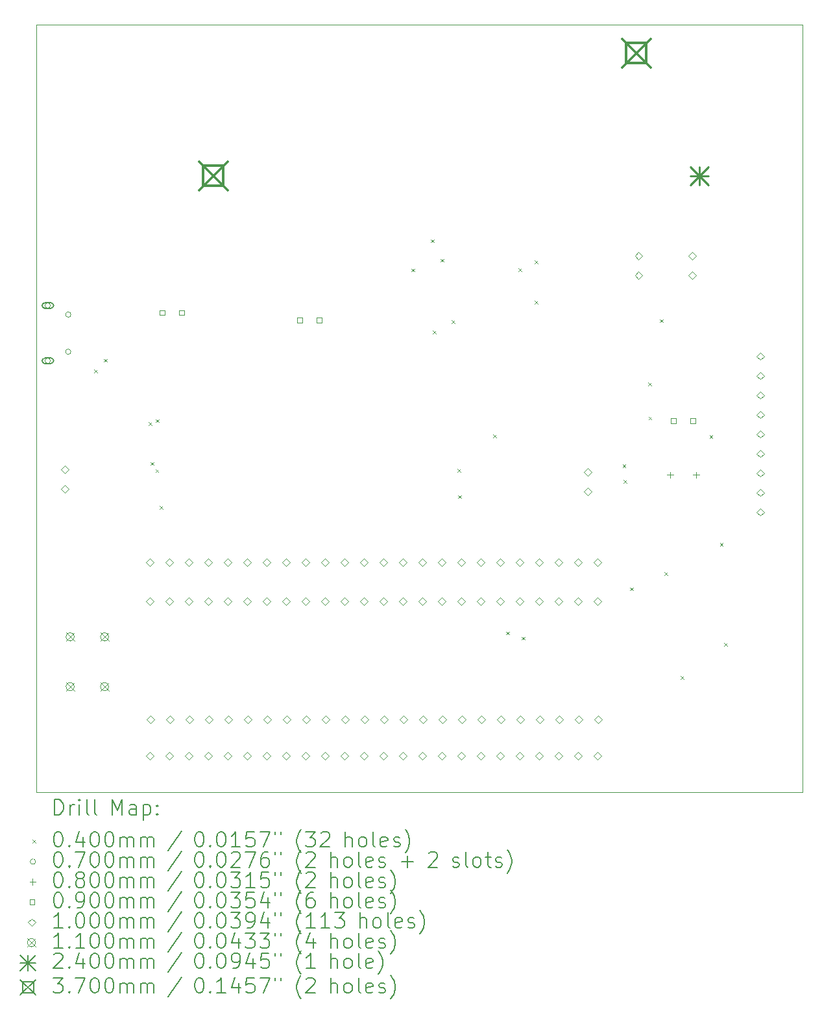
<source format=gbr>
%TF.GenerationSoftware,KiCad,Pcbnew,(7.0.0)*%
%TF.CreationDate,2023-04-04T08:27:44+02:00*%
%TF.ProjectId,Main Schematic,4d61696e-2053-4636-9865-6d617469632e,rev?*%
%TF.SameCoordinates,Original*%
%TF.FileFunction,Drillmap*%
%TF.FilePolarity,Positive*%
%FSLAX45Y45*%
G04 Gerber Fmt 4.5, Leading zero omitted, Abs format (unit mm)*
G04 Created by KiCad (PCBNEW (7.0.0)) date 2023-04-04 08:27:44*
%MOMM*%
%LPD*%
G01*
G04 APERTURE LIST*
%ADD10C,0.100000*%
%ADD11C,0.200000*%
%ADD12C,0.040000*%
%ADD13C,0.070002*%
%ADD14C,0.080000*%
%ADD15C,0.090000*%
%ADD16C,0.110000*%
%ADD17C,0.240000*%
%ADD18C,0.370000*%
G04 APERTURE END LIST*
D10*
X10116800Y-3843000D02*
X20116800Y-3843000D01*
X20116800Y-3843000D02*
X20116800Y-13843000D01*
X20116800Y-13843000D02*
X10116800Y-13843000D01*
X10116800Y-13843000D02*
X10116800Y-3843000D01*
D11*
D12*
X10876600Y-8336600D02*
X10916600Y-8376600D01*
X10916600Y-8336600D02*
X10876600Y-8376600D01*
X11003600Y-8196900D02*
X11043600Y-8236900D01*
X11043600Y-8196900D02*
X11003600Y-8236900D01*
X11587800Y-9022400D02*
X11627800Y-9062400D01*
X11627800Y-9022400D02*
X11587800Y-9062400D01*
X11613200Y-9543100D02*
X11653200Y-9583100D01*
X11653200Y-9543100D02*
X11613200Y-9583100D01*
X11676000Y-9635000D02*
X11716000Y-9675000D01*
X11716000Y-9635000D02*
X11676000Y-9675000D01*
X11676700Y-8984300D02*
X11716700Y-9024300D01*
X11716700Y-8984300D02*
X11676700Y-9024300D01*
X11727500Y-10114600D02*
X11767500Y-10154600D01*
X11767500Y-10114600D02*
X11727500Y-10154600D01*
X15016289Y-7018919D02*
X15056289Y-7058919D01*
X15056289Y-7018919D02*
X15016289Y-7058919D01*
X15270289Y-6637919D02*
X15310289Y-6677919D01*
X15310289Y-6637919D02*
X15270289Y-6677919D01*
X15296200Y-7828600D02*
X15336200Y-7868600D01*
X15336200Y-7828600D02*
X15296200Y-7868600D01*
X15397289Y-6891919D02*
X15437289Y-6931919D01*
X15437289Y-6891919D02*
X15397289Y-6931919D01*
X15541289Y-7690919D02*
X15581289Y-7730919D01*
X15581289Y-7690919D02*
X15541289Y-7730919D01*
X15613700Y-9632000D02*
X15653700Y-9672000D01*
X15653700Y-9632000D02*
X15613700Y-9672000D01*
X15625000Y-9975000D02*
X15665000Y-10015000D01*
X15665000Y-9975000D02*
X15625000Y-10015000D01*
X16080000Y-9180000D02*
X16120000Y-9220000D01*
X16120000Y-9180000D02*
X16080000Y-9220000D01*
X16248700Y-11752900D02*
X16288700Y-11792900D01*
X16288700Y-11752900D02*
X16248700Y-11792900D01*
X16248700Y-11752900D02*
X16288700Y-11792900D01*
X16288700Y-11752900D02*
X16248700Y-11792900D01*
X16413289Y-7018469D02*
X16453289Y-7058469D01*
X16453289Y-7018469D02*
X16413289Y-7058469D01*
X16456000Y-11821000D02*
X16496000Y-11861000D01*
X16496000Y-11821000D02*
X16456000Y-11861000D01*
X16626289Y-6915919D02*
X16666289Y-6955919D01*
X16666289Y-6915919D02*
X16626289Y-6955919D01*
X16626289Y-7440919D02*
X16666289Y-7480919D01*
X16666289Y-7440919D02*
X16626289Y-7480919D01*
X17771289Y-9570919D02*
X17811289Y-9610919D01*
X17811289Y-9570919D02*
X17771289Y-9610919D01*
X17781289Y-9775919D02*
X17821289Y-9815919D01*
X17821289Y-9775919D02*
X17781289Y-9815919D01*
X17866289Y-11175919D02*
X17906289Y-11215919D01*
X17906289Y-11175919D02*
X17866289Y-11215919D01*
X18103000Y-8507000D02*
X18143000Y-8547000D01*
X18143000Y-8507000D02*
X18103000Y-8547000D01*
X18109000Y-8951000D02*
X18149000Y-8991000D01*
X18149000Y-8951000D02*
X18109000Y-8991000D01*
X18256289Y-7680919D02*
X18296289Y-7720919D01*
X18296289Y-7680919D02*
X18256289Y-7720919D01*
X18316289Y-10980919D02*
X18356289Y-11020919D01*
X18356289Y-10980919D02*
X18316289Y-11020919D01*
X18530000Y-12330000D02*
X18570000Y-12370000D01*
X18570000Y-12330000D02*
X18530000Y-12370000D01*
X18906289Y-9190919D02*
X18946289Y-9230919D01*
X18946289Y-9190919D02*
X18906289Y-9230919D01*
X19041289Y-10595919D02*
X19081289Y-10635919D01*
X19081289Y-10595919D02*
X19041289Y-10635919D01*
X19096289Y-11900919D02*
X19136289Y-11940919D01*
X19136289Y-11900919D02*
X19096289Y-11940919D01*
D13*
X10304951Y-7501305D02*
G75*
G03*
X10304951Y-7501305I-35001J0D01*
G01*
D11*
X10309955Y-7466304D02*
X10229945Y-7466304D01*
X10229945Y-7466304D02*
G75*
G03*
X10229945Y-7536306I0J-35001D01*
G01*
X10229945Y-7536306D02*
X10309955Y-7536306D01*
X10309955Y-7536306D02*
G75*
G03*
X10309955Y-7466304I0J35001D01*
G01*
D13*
X10304951Y-8221295D02*
G75*
G03*
X10304951Y-8221295I-35001J0D01*
G01*
D11*
X10309955Y-8186294D02*
X10229945Y-8186294D01*
X10229945Y-8186294D02*
G75*
G03*
X10229945Y-8256296I0J-35001D01*
G01*
X10229945Y-8256296D02*
X10309955Y-8256296D01*
X10309955Y-8256296D02*
G75*
G03*
X10309955Y-8186294I0J35001D01*
G01*
D13*
X10571957Y-7618806D02*
G75*
G03*
X10571957Y-7618806I-35001J0D01*
G01*
X10571957Y-8103794D02*
G75*
G03*
X10571957Y-8103794I-35001J0D01*
G01*
D14*
X18391289Y-9670919D02*
X18391289Y-9750919D01*
X18351289Y-9710919D02*
X18431289Y-9710919D01*
X18731289Y-9670919D02*
X18731289Y-9750919D01*
X18691289Y-9710919D02*
X18771289Y-9710919D01*
D15*
X11793820Y-7625820D02*
X11793820Y-7562180D01*
X11730180Y-7562180D01*
X11730180Y-7625820D01*
X11793820Y-7625820D01*
X12047820Y-7625820D02*
X12047820Y-7562180D01*
X11984180Y-7562180D01*
X11984180Y-7625820D01*
X12047820Y-7625820D01*
X13589109Y-7722739D02*
X13589109Y-7659099D01*
X13525468Y-7659099D01*
X13525468Y-7722739D01*
X13589109Y-7722739D01*
X13843109Y-7722739D02*
X13843109Y-7659099D01*
X13779468Y-7659099D01*
X13779468Y-7722739D01*
X13843109Y-7722739D01*
X18467320Y-9036820D02*
X18467320Y-8973180D01*
X18403680Y-8973180D01*
X18403680Y-9036820D01*
X18467320Y-9036820D01*
X18721320Y-9036820D02*
X18721320Y-8973180D01*
X18657680Y-8973180D01*
X18657680Y-9036820D01*
X18721320Y-9036820D01*
D10*
X10491289Y-9686919D02*
X10541289Y-9636919D01*
X10491289Y-9586919D01*
X10441289Y-9636919D01*
X10491289Y-9686919D01*
X10491289Y-9940919D02*
X10541289Y-9890919D01*
X10491289Y-9840919D01*
X10441289Y-9890919D01*
X10491289Y-9940919D01*
X11605289Y-10901919D02*
X11655289Y-10851919D01*
X11605289Y-10801919D01*
X11555289Y-10851919D01*
X11605289Y-10901919D01*
X11605289Y-11409919D02*
X11655289Y-11359919D01*
X11605289Y-11309919D01*
X11555289Y-11359919D01*
X11605289Y-11409919D01*
X11605289Y-13423100D02*
X11655289Y-13373100D01*
X11605289Y-13323100D01*
X11555289Y-13373100D01*
X11605289Y-13423100D01*
X11608000Y-12951000D02*
X11658000Y-12901000D01*
X11608000Y-12851000D01*
X11558000Y-12901000D01*
X11608000Y-12951000D01*
X11859289Y-10901919D02*
X11909289Y-10851919D01*
X11859289Y-10801919D01*
X11809289Y-10851919D01*
X11859289Y-10901919D01*
X11859289Y-11409919D02*
X11909289Y-11359919D01*
X11859289Y-11309919D01*
X11809289Y-11359919D01*
X11859289Y-11409919D01*
X11859289Y-13423100D02*
X11909289Y-13373100D01*
X11859289Y-13323100D01*
X11809289Y-13373100D01*
X11859289Y-13423100D01*
X11862000Y-12951000D02*
X11912000Y-12901000D01*
X11862000Y-12851000D01*
X11812000Y-12901000D01*
X11862000Y-12951000D01*
X12113289Y-10901919D02*
X12163289Y-10851919D01*
X12113289Y-10801919D01*
X12063289Y-10851919D01*
X12113289Y-10901919D01*
X12113289Y-11409919D02*
X12163289Y-11359919D01*
X12113289Y-11309919D01*
X12063289Y-11359919D01*
X12113289Y-11409919D01*
X12113289Y-13423100D02*
X12163289Y-13373100D01*
X12113289Y-13323100D01*
X12063289Y-13373100D01*
X12113289Y-13423100D01*
X12116000Y-12951000D02*
X12166000Y-12901000D01*
X12116000Y-12851000D01*
X12066000Y-12901000D01*
X12116000Y-12951000D01*
X12367289Y-10901919D02*
X12417289Y-10851919D01*
X12367289Y-10801919D01*
X12317289Y-10851919D01*
X12367289Y-10901919D01*
X12367289Y-11409919D02*
X12417289Y-11359919D01*
X12367289Y-11309919D01*
X12317289Y-11359919D01*
X12367289Y-11409919D01*
X12367289Y-13423100D02*
X12417289Y-13373100D01*
X12367289Y-13323100D01*
X12317289Y-13373100D01*
X12367289Y-13423100D01*
X12370000Y-12951000D02*
X12420000Y-12901000D01*
X12370000Y-12851000D01*
X12320000Y-12901000D01*
X12370000Y-12951000D01*
X12621289Y-10901919D02*
X12671289Y-10851919D01*
X12621289Y-10801919D01*
X12571289Y-10851919D01*
X12621289Y-10901919D01*
X12621289Y-11409919D02*
X12671289Y-11359919D01*
X12621289Y-11309919D01*
X12571289Y-11359919D01*
X12621289Y-11409919D01*
X12621289Y-13423100D02*
X12671289Y-13373100D01*
X12621289Y-13323100D01*
X12571289Y-13373100D01*
X12621289Y-13423100D01*
X12624000Y-12951000D02*
X12674000Y-12901000D01*
X12624000Y-12851000D01*
X12574000Y-12901000D01*
X12624000Y-12951000D01*
X12875289Y-10901919D02*
X12925289Y-10851919D01*
X12875289Y-10801919D01*
X12825289Y-10851919D01*
X12875289Y-10901919D01*
X12875289Y-11409919D02*
X12925289Y-11359919D01*
X12875289Y-11309919D01*
X12825289Y-11359919D01*
X12875289Y-11409919D01*
X12875289Y-13423100D02*
X12925289Y-13373100D01*
X12875289Y-13323100D01*
X12825289Y-13373100D01*
X12875289Y-13423100D01*
X12878000Y-12951000D02*
X12928000Y-12901000D01*
X12878000Y-12851000D01*
X12828000Y-12901000D01*
X12878000Y-12951000D01*
X13129289Y-10901919D02*
X13179289Y-10851919D01*
X13129289Y-10801919D01*
X13079289Y-10851919D01*
X13129289Y-10901919D01*
X13129289Y-11409919D02*
X13179289Y-11359919D01*
X13129289Y-11309919D01*
X13079289Y-11359919D01*
X13129289Y-11409919D01*
X13129289Y-13423100D02*
X13179289Y-13373100D01*
X13129289Y-13323100D01*
X13079289Y-13373100D01*
X13129289Y-13423100D01*
X13132000Y-12951000D02*
X13182000Y-12901000D01*
X13132000Y-12851000D01*
X13082000Y-12901000D01*
X13132000Y-12951000D01*
X13383289Y-10901919D02*
X13433289Y-10851919D01*
X13383289Y-10801919D01*
X13333289Y-10851919D01*
X13383289Y-10901919D01*
X13383289Y-11409919D02*
X13433289Y-11359919D01*
X13383289Y-11309919D01*
X13333289Y-11359919D01*
X13383289Y-11409919D01*
X13383289Y-13423100D02*
X13433289Y-13373100D01*
X13383289Y-13323100D01*
X13333289Y-13373100D01*
X13383289Y-13423100D01*
X13386000Y-12951000D02*
X13436000Y-12901000D01*
X13386000Y-12851000D01*
X13336000Y-12901000D01*
X13386000Y-12951000D01*
X13637289Y-10901919D02*
X13687289Y-10851919D01*
X13637289Y-10801919D01*
X13587289Y-10851919D01*
X13637289Y-10901919D01*
X13637289Y-11409919D02*
X13687289Y-11359919D01*
X13637289Y-11309919D01*
X13587289Y-11359919D01*
X13637289Y-11409919D01*
X13637289Y-13423100D02*
X13687289Y-13373100D01*
X13637289Y-13323100D01*
X13587289Y-13373100D01*
X13637289Y-13423100D01*
X13640000Y-12951000D02*
X13690000Y-12901000D01*
X13640000Y-12851000D01*
X13590000Y-12901000D01*
X13640000Y-12951000D01*
X13891289Y-10901919D02*
X13941289Y-10851919D01*
X13891289Y-10801919D01*
X13841289Y-10851919D01*
X13891289Y-10901919D01*
X13891289Y-11409919D02*
X13941289Y-11359919D01*
X13891289Y-11309919D01*
X13841289Y-11359919D01*
X13891289Y-11409919D01*
X13891289Y-13423100D02*
X13941289Y-13373100D01*
X13891289Y-13323100D01*
X13841289Y-13373100D01*
X13891289Y-13423100D01*
X13894000Y-12951000D02*
X13944000Y-12901000D01*
X13894000Y-12851000D01*
X13844000Y-12901000D01*
X13894000Y-12951000D01*
X14145289Y-10901919D02*
X14195289Y-10851919D01*
X14145289Y-10801919D01*
X14095289Y-10851919D01*
X14145289Y-10901919D01*
X14145289Y-11409919D02*
X14195289Y-11359919D01*
X14145289Y-11309919D01*
X14095289Y-11359919D01*
X14145289Y-11409919D01*
X14145289Y-13423100D02*
X14195289Y-13373100D01*
X14145289Y-13323100D01*
X14095289Y-13373100D01*
X14145289Y-13423100D01*
X14148000Y-12951000D02*
X14198000Y-12901000D01*
X14148000Y-12851000D01*
X14098000Y-12901000D01*
X14148000Y-12951000D01*
X14399289Y-10901919D02*
X14449289Y-10851919D01*
X14399289Y-10801919D01*
X14349289Y-10851919D01*
X14399289Y-10901919D01*
X14399289Y-11409919D02*
X14449289Y-11359919D01*
X14399289Y-11309919D01*
X14349289Y-11359919D01*
X14399289Y-11409919D01*
X14399289Y-13423100D02*
X14449289Y-13373100D01*
X14399289Y-13323100D01*
X14349289Y-13373100D01*
X14399289Y-13423100D01*
X14402000Y-12951000D02*
X14452000Y-12901000D01*
X14402000Y-12851000D01*
X14352000Y-12901000D01*
X14402000Y-12951000D01*
X14653289Y-10901919D02*
X14703289Y-10851919D01*
X14653289Y-10801919D01*
X14603289Y-10851919D01*
X14653289Y-10901919D01*
X14653289Y-11409919D02*
X14703289Y-11359919D01*
X14653289Y-11309919D01*
X14603289Y-11359919D01*
X14653289Y-11409919D01*
X14653289Y-13423100D02*
X14703289Y-13373100D01*
X14653289Y-13323100D01*
X14603289Y-13373100D01*
X14653289Y-13423100D01*
X14656000Y-12951000D02*
X14706000Y-12901000D01*
X14656000Y-12851000D01*
X14606000Y-12901000D01*
X14656000Y-12951000D01*
X14907289Y-10901919D02*
X14957289Y-10851919D01*
X14907289Y-10801919D01*
X14857289Y-10851919D01*
X14907289Y-10901919D01*
X14907289Y-11409919D02*
X14957289Y-11359919D01*
X14907289Y-11309919D01*
X14857289Y-11359919D01*
X14907289Y-11409919D01*
X14907289Y-13423100D02*
X14957289Y-13373100D01*
X14907289Y-13323100D01*
X14857289Y-13373100D01*
X14907289Y-13423100D01*
X14910000Y-12951000D02*
X14960000Y-12901000D01*
X14910000Y-12851000D01*
X14860000Y-12901000D01*
X14910000Y-12951000D01*
X15161289Y-10901919D02*
X15211289Y-10851919D01*
X15161289Y-10801919D01*
X15111289Y-10851919D01*
X15161289Y-10901919D01*
X15161289Y-11409919D02*
X15211289Y-11359919D01*
X15161289Y-11309919D01*
X15111289Y-11359919D01*
X15161289Y-11409919D01*
X15161289Y-13423100D02*
X15211289Y-13373100D01*
X15161289Y-13323100D01*
X15111289Y-13373100D01*
X15161289Y-13423100D01*
X15164000Y-12951000D02*
X15214000Y-12901000D01*
X15164000Y-12851000D01*
X15114000Y-12901000D01*
X15164000Y-12951000D01*
X15415289Y-10901919D02*
X15465289Y-10851919D01*
X15415289Y-10801919D01*
X15365289Y-10851919D01*
X15415289Y-10901919D01*
X15415289Y-11409919D02*
X15465289Y-11359919D01*
X15415289Y-11309919D01*
X15365289Y-11359919D01*
X15415289Y-11409919D01*
X15415289Y-13423100D02*
X15465289Y-13373100D01*
X15415289Y-13323100D01*
X15365289Y-13373100D01*
X15415289Y-13423100D01*
X15418000Y-12951000D02*
X15468000Y-12901000D01*
X15418000Y-12851000D01*
X15368000Y-12901000D01*
X15418000Y-12951000D01*
X15669289Y-10901919D02*
X15719289Y-10851919D01*
X15669289Y-10801919D01*
X15619289Y-10851919D01*
X15669289Y-10901919D01*
X15669289Y-11409919D02*
X15719289Y-11359919D01*
X15669289Y-11309919D01*
X15619289Y-11359919D01*
X15669289Y-11409919D01*
X15669289Y-13423100D02*
X15719289Y-13373100D01*
X15669289Y-13323100D01*
X15619289Y-13373100D01*
X15669289Y-13423100D01*
X15672000Y-12951000D02*
X15722000Y-12901000D01*
X15672000Y-12851000D01*
X15622000Y-12901000D01*
X15672000Y-12951000D01*
X15923289Y-10901919D02*
X15973289Y-10851919D01*
X15923289Y-10801919D01*
X15873289Y-10851919D01*
X15923289Y-10901919D01*
X15923289Y-11409919D02*
X15973289Y-11359919D01*
X15923289Y-11309919D01*
X15873289Y-11359919D01*
X15923289Y-11409919D01*
X15923289Y-13423100D02*
X15973289Y-13373100D01*
X15923289Y-13323100D01*
X15873289Y-13373100D01*
X15923289Y-13423100D01*
X15926000Y-12951000D02*
X15976000Y-12901000D01*
X15926000Y-12851000D01*
X15876000Y-12901000D01*
X15926000Y-12951000D01*
X16177289Y-10901919D02*
X16227289Y-10851919D01*
X16177289Y-10801919D01*
X16127289Y-10851919D01*
X16177289Y-10901919D01*
X16177289Y-11409919D02*
X16227289Y-11359919D01*
X16177289Y-11309919D01*
X16127289Y-11359919D01*
X16177289Y-11409919D01*
X16177289Y-13423100D02*
X16227289Y-13373100D01*
X16177289Y-13323100D01*
X16127289Y-13373100D01*
X16177289Y-13423100D01*
X16180000Y-12951000D02*
X16230000Y-12901000D01*
X16180000Y-12851000D01*
X16130000Y-12901000D01*
X16180000Y-12951000D01*
X16431289Y-10901919D02*
X16481289Y-10851919D01*
X16431289Y-10801919D01*
X16381289Y-10851919D01*
X16431289Y-10901919D01*
X16431289Y-11409919D02*
X16481289Y-11359919D01*
X16431289Y-11309919D01*
X16381289Y-11359919D01*
X16431289Y-11409919D01*
X16431289Y-13423100D02*
X16481289Y-13373100D01*
X16431289Y-13323100D01*
X16381289Y-13373100D01*
X16431289Y-13423100D01*
X16434000Y-12951000D02*
X16484000Y-12901000D01*
X16434000Y-12851000D01*
X16384000Y-12901000D01*
X16434000Y-12951000D01*
X16685289Y-10901919D02*
X16735289Y-10851919D01*
X16685289Y-10801919D01*
X16635289Y-10851919D01*
X16685289Y-10901919D01*
X16685289Y-11409919D02*
X16735289Y-11359919D01*
X16685289Y-11309919D01*
X16635289Y-11359919D01*
X16685289Y-11409919D01*
X16685289Y-13423100D02*
X16735289Y-13373100D01*
X16685289Y-13323100D01*
X16635289Y-13373100D01*
X16685289Y-13423100D01*
X16688000Y-12951000D02*
X16738000Y-12901000D01*
X16688000Y-12851000D01*
X16638000Y-12901000D01*
X16688000Y-12951000D01*
X16939289Y-10901919D02*
X16989289Y-10851919D01*
X16939289Y-10801919D01*
X16889289Y-10851919D01*
X16939289Y-10901919D01*
X16939289Y-11409919D02*
X16989289Y-11359919D01*
X16939289Y-11309919D01*
X16889289Y-11359919D01*
X16939289Y-11409919D01*
X16939289Y-13423100D02*
X16989289Y-13373100D01*
X16939289Y-13323100D01*
X16889289Y-13373100D01*
X16939289Y-13423100D01*
X16942000Y-12951000D02*
X16992000Y-12901000D01*
X16942000Y-12851000D01*
X16892000Y-12901000D01*
X16942000Y-12951000D01*
X17193289Y-10901919D02*
X17243289Y-10851919D01*
X17193289Y-10801919D01*
X17143289Y-10851919D01*
X17193289Y-10901919D01*
X17193289Y-11409919D02*
X17243289Y-11359919D01*
X17193289Y-11309919D01*
X17143289Y-11359919D01*
X17193289Y-11409919D01*
X17193289Y-13423100D02*
X17243289Y-13373100D01*
X17193289Y-13323100D01*
X17143289Y-13373100D01*
X17193289Y-13423100D01*
X17196000Y-12951000D02*
X17246000Y-12901000D01*
X17196000Y-12851000D01*
X17146000Y-12901000D01*
X17196000Y-12951000D01*
X17317000Y-9721000D02*
X17367000Y-9671000D01*
X17317000Y-9621000D01*
X17267000Y-9671000D01*
X17317000Y-9721000D01*
X17317000Y-9975000D02*
X17367000Y-9925000D01*
X17317000Y-9875000D01*
X17267000Y-9925000D01*
X17317000Y-9975000D01*
X17447289Y-10901919D02*
X17497289Y-10851919D01*
X17447289Y-10801919D01*
X17397289Y-10851919D01*
X17447289Y-10901919D01*
X17447289Y-11409919D02*
X17497289Y-11359919D01*
X17447289Y-11309919D01*
X17397289Y-11359919D01*
X17447289Y-11409919D01*
X17447289Y-13423100D02*
X17497289Y-13373100D01*
X17447289Y-13323100D01*
X17397289Y-13373100D01*
X17447289Y-13423100D01*
X17450000Y-12951000D02*
X17500000Y-12901000D01*
X17450000Y-12851000D01*
X17400000Y-12901000D01*
X17450000Y-12951000D01*
X17981289Y-6906919D02*
X18031289Y-6856919D01*
X17981289Y-6806919D01*
X17931289Y-6856919D01*
X17981289Y-6906919D01*
X17981289Y-7160919D02*
X18031289Y-7110919D01*
X17981289Y-7060919D01*
X17931289Y-7110919D01*
X17981289Y-7160919D01*
X18681289Y-6906919D02*
X18731289Y-6856919D01*
X18681289Y-6806919D01*
X18631289Y-6856919D01*
X18681289Y-6906919D01*
X18681289Y-7160919D02*
X18731289Y-7110919D01*
X18681289Y-7060919D01*
X18631289Y-7110919D01*
X18681289Y-7160919D01*
X19572000Y-8212000D02*
X19622000Y-8162000D01*
X19572000Y-8112000D01*
X19522000Y-8162000D01*
X19572000Y-8212000D01*
X19572000Y-8466000D02*
X19622000Y-8416000D01*
X19572000Y-8366000D01*
X19522000Y-8416000D01*
X19572000Y-8466000D01*
X19572000Y-8720000D02*
X19622000Y-8670000D01*
X19572000Y-8620000D01*
X19522000Y-8670000D01*
X19572000Y-8720000D01*
X19572000Y-8974000D02*
X19622000Y-8924000D01*
X19572000Y-8874000D01*
X19522000Y-8924000D01*
X19572000Y-8974000D01*
X19572000Y-9228000D02*
X19622000Y-9178000D01*
X19572000Y-9128000D01*
X19522000Y-9178000D01*
X19572000Y-9228000D01*
X19572000Y-9482000D02*
X19622000Y-9432000D01*
X19572000Y-9382000D01*
X19522000Y-9432000D01*
X19572000Y-9482000D01*
X19572000Y-9736000D02*
X19622000Y-9686000D01*
X19572000Y-9636000D01*
X19522000Y-9686000D01*
X19572000Y-9736000D01*
X19572000Y-9990000D02*
X19622000Y-9940000D01*
X19572000Y-9890000D01*
X19522000Y-9940000D01*
X19572000Y-9990000D01*
X19572000Y-10244000D02*
X19622000Y-10194000D01*
X19572000Y-10144000D01*
X19522000Y-10194000D01*
X19572000Y-10244000D01*
D16*
X10506289Y-11765919D02*
X10616289Y-11875919D01*
X10616289Y-11765919D02*
X10506289Y-11875919D01*
X10616289Y-11820919D02*
G75*
G03*
X10616289Y-11820919I-55000J0D01*
G01*
X10506289Y-12415919D02*
X10616289Y-12525919D01*
X10616289Y-12415919D02*
X10506289Y-12525919D01*
X10616289Y-12470919D02*
G75*
G03*
X10616289Y-12470919I-55000J0D01*
G01*
X10956289Y-11765919D02*
X11066289Y-11875919D01*
X11066289Y-11765919D02*
X10956289Y-11875919D01*
X11066289Y-11820919D02*
G75*
G03*
X11066289Y-11820919I-55000J0D01*
G01*
X10956289Y-12415919D02*
X11066289Y-12525919D01*
X11066289Y-12415919D02*
X10956289Y-12525919D01*
X11066289Y-12470919D02*
G75*
G03*
X11066289Y-12470919I-55000J0D01*
G01*
D17*
X18653289Y-5690919D02*
X18893289Y-5930919D01*
X18893289Y-5690919D02*
X18653289Y-5930919D01*
X18773289Y-5690919D02*
X18773289Y-5930919D01*
X18653289Y-5810919D02*
X18893289Y-5810919D01*
D18*
X12246289Y-5625919D02*
X12616289Y-5995919D01*
X12616289Y-5625919D02*
X12246289Y-5995919D01*
X12562105Y-5941735D02*
X12562105Y-5680103D01*
X12300473Y-5680103D01*
X12300473Y-5941735D01*
X12562105Y-5941735D01*
X17766289Y-4025919D02*
X18136289Y-4395919D01*
X18136289Y-4025919D02*
X17766289Y-4395919D01*
X18082105Y-4341735D02*
X18082105Y-4080103D01*
X17820473Y-4080103D01*
X17820473Y-4341735D01*
X18082105Y-4341735D01*
D11*
X10359419Y-14141476D02*
X10359419Y-13941476D01*
X10359419Y-13941476D02*
X10407038Y-13941476D01*
X10407038Y-13941476D02*
X10435610Y-13951000D01*
X10435610Y-13951000D02*
X10454657Y-13970048D01*
X10454657Y-13970048D02*
X10464181Y-13989095D01*
X10464181Y-13989095D02*
X10473705Y-14027190D01*
X10473705Y-14027190D02*
X10473705Y-14055762D01*
X10473705Y-14055762D02*
X10464181Y-14093857D01*
X10464181Y-14093857D02*
X10454657Y-14112905D01*
X10454657Y-14112905D02*
X10435610Y-14131952D01*
X10435610Y-14131952D02*
X10407038Y-14141476D01*
X10407038Y-14141476D02*
X10359419Y-14141476D01*
X10559419Y-14141476D02*
X10559419Y-14008143D01*
X10559419Y-14046238D02*
X10568943Y-14027190D01*
X10568943Y-14027190D02*
X10578467Y-14017667D01*
X10578467Y-14017667D02*
X10597514Y-14008143D01*
X10597514Y-14008143D02*
X10616562Y-14008143D01*
X10683229Y-14141476D02*
X10683229Y-14008143D01*
X10683229Y-13941476D02*
X10673705Y-13951000D01*
X10673705Y-13951000D02*
X10683229Y-13960524D01*
X10683229Y-13960524D02*
X10692752Y-13951000D01*
X10692752Y-13951000D02*
X10683229Y-13941476D01*
X10683229Y-13941476D02*
X10683229Y-13960524D01*
X10807038Y-14141476D02*
X10787990Y-14131952D01*
X10787990Y-14131952D02*
X10778467Y-14112905D01*
X10778467Y-14112905D02*
X10778467Y-13941476D01*
X10911800Y-14141476D02*
X10892752Y-14131952D01*
X10892752Y-14131952D02*
X10883229Y-14112905D01*
X10883229Y-14112905D02*
X10883229Y-13941476D01*
X11107990Y-14141476D02*
X11107990Y-13941476D01*
X11107990Y-13941476D02*
X11174657Y-14084333D01*
X11174657Y-14084333D02*
X11241324Y-13941476D01*
X11241324Y-13941476D02*
X11241324Y-14141476D01*
X11422276Y-14141476D02*
X11422276Y-14036714D01*
X11422276Y-14036714D02*
X11412752Y-14017667D01*
X11412752Y-14017667D02*
X11393705Y-14008143D01*
X11393705Y-14008143D02*
X11355609Y-14008143D01*
X11355609Y-14008143D02*
X11336562Y-14017667D01*
X11422276Y-14131952D02*
X11403228Y-14141476D01*
X11403228Y-14141476D02*
X11355609Y-14141476D01*
X11355609Y-14141476D02*
X11336562Y-14131952D01*
X11336562Y-14131952D02*
X11327038Y-14112905D01*
X11327038Y-14112905D02*
X11327038Y-14093857D01*
X11327038Y-14093857D02*
X11336562Y-14074809D01*
X11336562Y-14074809D02*
X11355609Y-14065286D01*
X11355609Y-14065286D02*
X11403228Y-14065286D01*
X11403228Y-14065286D02*
X11422276Y-14055762D01*
X11517514Y-14008143D02*
X11517514Y-14208143D01*
X11517514Y-14017667D02*
X11536562Y-14008143D01*
X11536562Y-14008143D02*
X11574657Y-14008143D01*
X11574657Y-14008143D02*
X11593705Y-14017667D01*
X11593705Y-14017667D02*
X11603228Y-14027190D01*
X11603228Y-14027190D02*
X11612752Y-14046238D01*
X11612752Y-14046238D02*
X11612752Y-14103381D01*
X11612752Y-14103381D02*
X11603228Y-14122428D01*
X11603228Y-14122428D02*
X11593705Y-14131952D01*
X11593705Y-14131952D02*
X11574657Y-14141476D01*
X11574657Y-14141476D02*
X11536562Y-14141476D01*
X11536562Y-14141476D02*
X11517514Y-14131952D01*
X11698467Y-14122428D02*
X11707990Y-14131952D01*
X11707990Y-14131952D02*
X11698467Y-14141476D01*
X11698467Y-14141476D02*
X11688943Y-14131952D01*
X11688943Y-14131952D02*
X11698467Y-14122428D01*
X11698467Y-14122428D02*
X11698467Y-14141476D01*
X11698467Y-14017667D02*
X11707990Y-14027190D01*
X11707990Y-14027190D02*
X11698467Y-14036714D01*
X11698467Y-14036714D02*
X11688943Y-14027190D01*
X11688943Y-14027190D02*
X11698467Y-14017667D01*
X11698467Y-14017667D02*
X11698467Y-14036714D01*
D12*
X10071800Y-14468000D02*
X10111800Y-14508000D01*
X10111800Y-14468000D02*
X10071800Y-14508000D01*
D11*
X10397514Y-14361476D02*
X10416562Y-14361476D01*
X10416562Y-14361476D02*
X10435610Y-14371000D01*
X10435610Y-14371000D02*
X10445133Y-14380524D01*
X10445133Y-14380524D02*
X10454657Y-14399571D01*
X10454657Y-14399571D02*
X10464181Y-14437667D01*
X10464181Y-14437667D02*
X10464181Y-14485286D01*
X10464181Y-14485286D02*
X10454657Y-14523381D01*
X10454657Y-14523381D02*
X10445133Y-14542428D01*
X10445133Y-14542428D02*
X10435610Y-14551952D01*
X10435610Y-14551952D02*
X10416562Y-14561476D01*
X10416562Y-14561476D02*
X10397514Y-14561476D01*
X10397514Y-14561476D02*
X10378467Y-14551952D01*
X10378467Y-14551952D02*
X10368943Y-14542428D01*
X10368943Y-14542428D02*
X10359419Y-14523381D01*
X10359419Y-14523381D02*
X10349895Y-14485286D01*
X10349895Y-14485286D02*
X10349895Y-14437667D01*
X10349895Y-14437667D02*
X10359419Y-14399571D01*
X10359419Y-14399571D02*
X10368943Y-14380524D01*
X10368943Y-14380524D02*
X10378467Y-14371000D01*
X10378467Y-14371000D02*
X10397514Y-14361476D01*
X10549895Y-14542428D02*
X10559419Y-14551952D01*
X10559419Y-14551952D02*
X10549895Y-14561476D01*
X10549895Y-14561476D02*
X10540371Y-14551952D01*
X10540371Y-14551952D02*
X10549895Y-14542428D01*
X10549895Y-14542428D02*
X10549895Y-14561476D01*
X10730848Y-14428143D02*
X10730848Y-14561476D01*
X10683229Y-14351952D02*
X10635610Y-14494809D01*
X10635610Y-14494809D02*
X10759419Y-14494809D01*
X10873705Y-14361476D02*
X10892752Y-14361476D01*
X10892752Y-14361476D02*
X10911800Y-14371000D01*
X10911800Y-14371000D02*
X10921324Y-14380524D01*
X10921324Y-14380524D02*
X10930848Y-14399571D01*
X10930848Y-14399571D02*
X10940371Y-14437667D01*
X10940371Y-14437667D02*
X10940371Y-14485286D01*
X10940371Y-14485286D02*
X10930848Y-14523381D01*
X10930848Y-14523381D02*
X10921324Y-14542428D01*
X10921324Y-14542428D02*
X10911800Y-14551952D01*
X10911800Y-14551952D02*
X10892752Y-14561476D01*
X10892752Y-14561476D02*
X10873705Y-14561476D01*
X10873705Y-14561476D02*
X10854657Y-14551952D01*
X10854657Y-14551952D02*
X10845133Y-14542428D01*
X10845133Y-14542428D02*
X10835610Y-14523381D01*
X10835610Y-14523381D02*
X10826086Y-14485286D01*
X10826086Y-14485286D02*
X10826086Y-14437667D01*
X10826086Y-14437667D02*
X10835610Y-14399571D01*
X10835610Y-14399571D02*
X10845133Y-14380524D01*
X10845133Y-14380524D02*
X10854657Y-14371000D01*
X10854657Y-14371000D02*
X10873705Y-14361476D01*
X11064181Y-14361476D02*
X11083229Y-14361476D01*
X11083229Y-14361476D02*
X11102276Y-14371000D01*
X11102276Y-14371000D02*
X11111800Y-14380524D01*
X11111800Y-14380524D02*
X11121324Y-14399571D01*
X11121324Y-14399571D02*
X11130848Y-14437667D01*
X11130848Y-14437667D02*
X11130848Y-14485286D01*
X11130848Y-14485286D02*
X11121324Y-14523381D01*
X11121324Y-14523381D02*
X11111800Y-14542428D01*
X11111800Y-14542428D02*
X11102276Y-14551952D01*
X11102276Y-14551952D02*
X11083229Y-14561476D01*
X11083229Y-14561476D02*
X11064181Y-14561476D01*
X11064181Y-14561476D02*
X11045133Y-14551952D01*
X11045133Y-14551952D02*
X11035610Y-14542428D01*
X11035610Y-14542428D02*
X11026086Y-14523381D01*
X11026086Y-14523381D02*
X11016562Y-14485286D01*
X11016562Y-14485286D02*
X11016562Y-14437667D01*
X11016562Y-14437667D02*
X11026086Y-14399571D01*
X11026086Y-14399571D02*
X11035610Y-14380524D01*
X11035610Y-14380524D02*
X11045133Y-14371000D01*
X11045133Y-14371000D02*
X11064181Y-14361476D01*
X11216562Y-14561476D02*
X11216562Y-14428143D01*
X11216562Y-14447190D02*
X11226086Y-14437667D01*
X11226086Y-14437667D02*
X11245133Y-14428143D01*
X11245133Y-14428143D02*
X11273705Y-14428143D01*
X11273705Y-14428143D02*
X11292752Y-14437667D01*
X11292752Y-14437667D02*
X11302276Y-14456714D01*
X11302276Y-14456714D02*
X11302276Y-14561476D01*
X11302276Y-14456714D02*
X11311800Y-14437667D01*
X11311800Y-14437667D02*
X11330848Y-14428143D01*
X11330848Y-14428143D02*
X11359419Y-14428143D01*
X11359419Y-14428143D02*
X11378467Y-14437667D01*
X11378467Y-14437667D02*
X11387990Y-14456714D01*
X11387990Y-14456714D02*
X11387990Y-14561476D01*
X11483229Y-14561476D02*
X11483229Y-14428143D01*
X11483229Y-14447190D02*
X11492752Y-14437667D01*
X11492752Y-14437667D02*
X11511800Y-14428143D01*
X11511800Y-14428143D02*
X11540371Y-14428143D01*
X11540371Y-14428143D02*
X11559419Y-14437667D01*
X11559419Y-14437667D02*
X11568943Y-14456714D01*
X11568943Y-14456714D02*
X11568943Y-14561476D01*
X11568943Y-14456714D02*
X11578467Y-14437667D01*
X11578467Y-14437667D02*
X11597514Y-14428143D01*
X11597514Y-14428143D02*
X11626086Y-14428143D01*
X11626086Y-14428143D02*
X11645133Y-14437667D01*
X11645133Y-14437667D02*
X11654657Y-14456714D01*
X11654657Y-14456714D02*
X11654657Y-14561476D01*
X12012752Y-14351952D02*
X11841324Y-14609095D01*
X12237514Y-14361476D02*
X12256562Y-14361476D01*
X12256562Y-14361476D02*
X12275610Y-14371000D01*
X12275610Y-14371000D02*
X12285133Y-14380524D01*
X12285133Y-14380524D02*
X12294657Y-14399571D01*
X12294657Y-14399571D02*
X12304181Y-14437667D01*
X12304181Y-14437667D02*
X12304181Y-14485286D01*
X12304181Y-14485286D02*
X12294657Y-14523381D01*
X12294657Y-14523381D02*
X12285133Y-14542428D01*
X12285133Y-14542428D02*
X12275610Y-14551952D01*
X12275610Y-14551952D02*
X12256562Y-14561476D01*
X12256562Y-14561476D02*
X12237514Y-14561476D01*
X12237514Y-14561476D02*
X12218467Y-14551952D01*
X12218467Y-14551952D02*
X12208943Y-14542428D01*
X12208943Y-14542428D02*
X12199419Y-14523381D01*
X12199419Y-14523381D02*
X12189895Y-14485286D01*
X12189895Y-14485286D02*
X12189895Y-14437667D01*
X12189895Y-14437667D02*
X12199419Y-14399571D01*
X12199419Y-14399571D02*
X12208943Y-14380524D01*
X12208943Y-14380524D02*
X12218467Y-14371000D01*
X12218467Y-14371000D02*
X12237514Y-14361476D01*
X12389895Y-14542428D02*
X12399419Y-14551952D01*
X12399419Y-14551952D02*
X12389895Y-14561476D01*
X12389895Y-14561476D02*
X12380371Y-14551952D01*
X12380371Y-14551952D02*
X12389895Y-14542428D01*
X12389895Y-14542428D02*
X12389895Y-14561476D01*
X12523229Y-14361476D02*
X12542276Y-14361476D01*
X12542276Y-14361476D02*
X12561324Y-14371000D01*
X12561324Y-14371000D02*
X12570848Y-14380524D01*
X12570848Y-14380524D02*
X12580371Y-14399571D01*
X12580371Y-14399571D02*
X12589895Y-14437667D01*
X12589895Y-14437667D02*
X12589895Y-14485286D01*
X12589895Y-14485286D02*
X12580371Y-14523381D01*
X12580371Y-14523381D02*
X12570848Y-14542428D01*
X12570848Y-14542428D02*
X12561324Y-14551952D01*
X12561324Y-14551952D02*
X12542276Y-14561476D01*
X12542276Y-14561476D02*
X12523229Y-14561476D01*
X12523229Y-14561476D02*
X12504181Y-14551952D01*
X12504181Y-14551952D02*
X12494657Y-14542428D01*
X12494657Y-14542428D02*
X12485133Y-14523381D01*
X12485133Y-14523381D02*
X12475610Y-14485286D01*
X12475610Y-14485286D02*
X12475610Y-14437667D01*
X12475610Y-14437667D02*
X12485133Y-14399571D01*
X12485133Y-14399571D02*
X12494657Y-14380524D01*
X12494657Y-14380524D02*
X12504181Y-14371000D01*
X12504181Y-14371000D02*
X12523229Y-14361476D01*
X12780371Y-14561476D02*
X12666086Y-14561476D01*
X12723229Y-14561476D02*
X12723229Y-14361476D01*
X12723229Y-14361476D02*
X12704181Y-14390048D01*
X12704181Y-14390048D02*
X12685133Y-14409095D01*
X12685133Y-14409095D02*
X12666086Y-14418619D01*
X12961324Y-14361476D02*
X12866086Y-14361476D01*
X12866086Y-14361476D02*
X12856562Y-14456714D01*
X12856562Y-14456714D02*
X12866086Y-14447190D01*
X12866086Y-14447190D02*
X12885133Y-14437667D01*
X12885133Y-14437667D02*
X12932752Y-14437667D01*
X12932752Y-14437667D02*
X12951800Y-14447190D01*
X12951800Y-14447190D02*
X12961324Y-14456714D01*
X12961324Y-14456714D02*
X12970848Y-14475762D01*
X12970848Y-14475762D02*
X12970848Y-14523381D01*
X12970848Y-14523381D02*
X12961324Y-14542428D01*
X12961324Y-14542428D02*
X12951800Y-14551952D01*
X12951800Y-14551952D02*
X12932752Y-14561476D01*
X12932752Y-14561476D02*
X12885133Y-14561476D01*
X12885133Y-14561476D02*
X12866086Y-14551952D01*
X12866086Y-14551952D02*
X12856562Y-14542428D01*
X13037514Y-14361476D02*
X13170848Y-14361476D01*
X13170848Y-14361476D02*
X13085133Y-14561476D01*
X13237514Y-14361476D02*
X13237514Y-14399571D01*
X13313705Y-14361476D02*
X13313705Y-14399571D01*
X13576562Y-14637667D02*
X13567038Y-14628143D01*
X13567038Y-14628143D02*
X13547991Y-14599571D01*
X13547991Y-14599571D02*
X13538467Y-14580524D01*
X13538467Y-14580524D02*
X13528943Y-14551952D01*
X13528943Y-14551952D02*
X13519419Y-14504333D01*
X13519419Y-14504333D02*
X13519419Y-14466238D01*
X13519419Y-14466238D02*
X13528943Y-14418619D01*
X13528943Y-14418619D02*
X13538467Y-14390048D01*
X13538467Y-14390048D02*
X13547991Y-14371000D01*
X13547991Y-14371000D02*
X13567038Y-14342428D01*
X13567038Y-14342428D02*
X13576562Y-14332905D01*
X13633705Y-14361476D02*
X13757514Y-14361476D01*
X13757514Y-14361476D02*
X13690848Y-14437667D01*
X13690848Y-14437667D02*
X13719419Y-14437667D01*
X13719419Y-14437667D02*
X13738467Y-14447190D01*
X13738467Y-14447190D02*
X13747991Y-14456714D01*
X13747991Y-14456714D02*
X13757514Y-14475762D01*
X13757514Y-14475762D02*
X13757514Y-14523381D01*
X13757514Y-14523381D02*
X13747991Y-14542428D01*
X13747991Y-14542428D02*
X13738467Y-14551952D01*
X13738467Y-14551952D02*
X13719419Y-14561476D01*
X13719419Y-14561476D02*
X13662276Y-14561476D01*
X13662276Y-14561476D02*
X13643229Y-14551952D01*
X13643229Y-14551952D02*
X13633705Y-14542428D01*
X13833705Y-14380524D02*
X13843229Y-14371000D01*
X13843229Y-14371000D02*
X13862276Y-14361476D01*
X13862276Y-14361476D02*
X13909895Y-14361476D01*
X13909895Y-14361476D02*
X13928943Y-14371000D01*
X13928943Y-14371000D02*
X13938467Y-14380524D01*
X13938467Y-14380524D02*
X13947991Y-14399571D01*
X13947991Y-14399571D02*
X13947991Y-14418619D01*
X13947991Y-14418619D02*
X13938467Y-14447190D01*
X13938467Y-14447190D02*
X13824181Y-14561476D01*
X13824181Y-14561476D02*
X13947991Y-14561476D01*
X14153705Y-14561476D02*
X14153705Y-14361476D01*
X14239419Y-14561476D02*
X14239419Y-14456714D01*
X14239419Y-14456714D02*
X14229895Y-14437667D01*
X14229895Y-14437667D02*
X14210848Y-14428143D01*
X14210848Y-14428143D02*
X14182276Y-14428143D01*
X14182276Y-14428143D02*
X14163229Y-14437667D01*
X14163229Y-14437667D02*
X14153705Y-14447190D01*
X14363229Y-14561476D02*
X14344181Y-14551952D01*
X14344181Y-14551952D02*
X14334657Y-14542428D01*
X14334657Y-14542428D02*
X14325133Y-14523381D01*
X14325133Y-14523381D02*
X14325133Y-14466238D01*
X14325133Y-14466238D02*
X14334657Y-14447190D01*
X14334657Y-14447190D02*
X14344181Y-14437667D01*
X14344181Y-14437667D02*
X14363229Y-14428143D01*
X14363229Y-14428143D02*
X14391800Y-14428143D01*
X14391800Y-14428143D02*
X14410848Y-14437667D01*
X14410848Y-14437667D02*
X14420372Y-14447190D01*
X14420372Y-14447190D02*
X14429895Y-14466238D01*
X14429895Y-14466238D02*
X14429895Y-14523381D01*
X14429895Y-14523381D02*
X14420372Y-14542428D01*
X14420372Y-14542428D02*
X14410848Y-14551952D01*
X14410848Y-14551952D02*
X14391800Y-14561476D01*
X14391800Y-14561476D02*
X14363229Y-14561476D01*
X14544181Y-14561476D02*
X14525133Y-14551952D01*
X14525133Y-14551952D02*
X14515610Y-14532905D01*
X14515610Y-14532905D02*
X14515610Y-14361476D01*
X14696562Y-14551952D02*
X14677514Y-14561476D01*
X14677514Y-14561476D02*
X14639419Y-14561476D01*
X14639419Y-14561476D02*
X14620372Y-14551952D01*
X14620372Y-14551952D02*
X14610848Y-14532905D01*
X14610848Y-14532905D02*
X14610848Y-14456714D01*
X14610848Y-14456714D02*
X14620372Y-14437667D01*
X14620372Y-14437667D02*
X14639419Y-14428143D01*
X14639419Y-14428143D02*
X14677514Y-14428143D01*
X14677514Y-14428143D02*
X14696562Y-14437667D01*
X14696562Y-14437667D02*
X14706086Y-14456714D01*
X14706086Y-14456714D02*
X14706086Y-14475762D01*
X14706086Y-14475762D02*
X14610848Y-14494809D01*
X14782276Y-14551952D02*
X14801324Y-14561476D01*
X14801324Y-14561476D02*
X14839419Y-14561476D01*
X14839419Y-14561476D02*
X14858467Y-14551952D01*
X14858467Y-14551952D02*
X14867991Y-14532905D01*
X14867991Y-14532905D02*
X14867991Y-14523381D01*
X14867991Y-14523381D02*
X14858467Y-14504333D01*
X14858467Y-14504333D02*
X14839419Y-14494809D01*
X14839419Y-14494809D02*
X14810848Y-14494809D01*
X14810848Y-14494809D02*
X14791800Y-14485286D01*
X14791800Y-14485286D02*
X14782276Y-14466238D01*
X14782276Y-14466238D02*
X14782276Y-14456714D01*
X14782276Y-14456714D02*
X14791800Y-14437667D01*
X14791800Y-14437667D02*
X14810848Y-14428143D01*
X14810848Y-14428143D02*
X14839419Y-14428143D01*
X14839419Y-14428143D02*
X14858467Y-14437667D01*
X14934657Y-14637667D02*
X14944181Y-14628143D01*
X14944181Y-14628143D02*
X14963229Y-14599571D01*
X14963229Y-14599571D02*
X14972753Y-14580524D01*
X14972753Y-14580524D02*
X14982276Y-14551952D01*
X14982276Y-14551952D02*
X14991800Y-14504333D01*
X14991800Y-14504333D02*
X14991800Y-14466238D01*
X14991800Y-14466238D02*
X14982276Y-14418619D01*
X14982276Y-14418619D02*
X14972753Y-14390048D01*
X14972753Y-14390048D02*
X14963229Y-14371000D01*
X14963229Y-14371000D02*
X14944181Y-14342428D01*
X14944181Y-14342428D02*
X14934657Y-14332905D01*
D13*
X10111800Y-14752000D02*
G75*
G03*
X10111800Y-14752000I-35001J0D01*
G01*
D11*
X10397514Y-14625476D02*
X10416562Y-14625476D01*
X10416562Y-14625476D02*
X10435610Y-14635000D01*
X10435610Y-14635000D02*
X10445133Y-14644524D01*
X10445133Y-14644524D02*
X10454657Y-14663571D01*
X10454657Y-14663571D02*
X10464181Y-14701667D01*
X10464181Y-14701667D02*
X10464181Y-14749286D01*
X10464181Y-14749286D02*
X10454657Y-14787381D01*
X10454657Y-14787381D02*
X10445133Y-14806428D01*
X10445133Y-14806428D02*
X10435610Y-14815952D01*
X10435610Y-14815952D02*
X10416562Y-14825476D01*
X10416562Y-14825476D02*
X10397514Y-14825476D01*
X10397514Y-14825476D02*
X10378467Y-14815952D01*
X10378467Y-14815952D02*
X10368943Y-14806428D01*
X10368943Y-14806428D02*
X10359419Y-14787381D01*
X10359419Y-14787381D02*
X10349895Y-14749286D01*
X10349895Y-14749286D02*
X10349895Y-14701667D01*
X10349895Y-14701667D02*
X10359419Y-14663571D01*
X10359419Y-14663571D02*
X10368943Y-14644524D01*
X10368943Y-14644524D02*
X10378467Y-14635000D01*
X10378467Y-14635000D02*
X10397514Y-14625476D01*
X10549895Y-14806428D02*
X10559419Y-14815952D01*
X10559419Y-14815952D02*
X10549895Y-14825476D01*
X10549895Y-14825476D02*
X10540371Y-14815952D01*
X10540371Y-14815952D02*
X10549895Y-14806428D01*
X10549895Y-14806428D02*
X10549895Y-14825476D01*
X10626086Y-14625476D02*
X10759419Y-14625476D01*
X10759419Y-14625476D02*
X10673705Y-14825476D01*
X10873705Y-14625476D02*
X10892752Y-14625476D01*
X10892752Y-14625476D02*
X10911800Y-14635000D01*
X10911800Y-14635000D02*
X10921324Y-14644524D01*
X10921324Y-14644524D02*
X10930848Y-14663571D01*
X10930848Y-14663571D02*
X10940371Y-14701667D01*
X10940371Y-14701667D02*
X10940371Y-14749286D01*
X10940371Y-14749286D02*
X10930848Y-14787381D01*
X10930848Y-14787381D02*
X10921324Y-14806428D01*
X10921324Y-14806428D02*
X10911800Y-14815952D01*
X10911800Y-14815952D02*
X10892752Y-14825476D01*
X10892752Y-14825476D02*
X10873705Y-14825476D01*
X10873705Y-14825476D02*
X10854657Y-14815952D01*
X10854657Y-14815952D02*
X10845133Y-14806428D01*
X10845133Y-14806428D02*
X10835610Y-14787381D01*
X10835610Y-14787381D02*
X10826086Y-14749286D01*
X10826086Y-14749286D02*
X10826086Y-14701667D01*
X10826086Y-14701667D02*
X10835610Y-14663571D01*
X10835610Y-14663571D02*
X10845133Y-14644524D01*
X10845133Y-14644524D02*
X10854657Y-14635000D01*
X10854657Y-14635000D02*
X10873705Y-14625476D01*
X11064181Y-14625476D02*
X11083229Y-14625476D01*
X11083229Y-14625476D02*
X11102276Y-14635000D01*
X11102276Y-14635000D02*
X11111800Y-14644524D01*
X11111800Y-14644524D02*
X11121324Y-14663571D01*
X11121324Y-14663571D02*
X11130848Y-14701667D01*
X11130848Y-14701667D02*
X11130848Y-14749286D01*
X11130848Y-14749286D02*
X11121324Y-14787381D01*
X11121324Y-14787381D02*
X11111800Y-14806428D01*
X11111800Y-14806428D02*
X11102276Y-14815952D01*
X11102276Y-14815952D02*
X11083229Y-14825476D01*
X11083229Y-14825476D02*
X11064181Y-14825476D01*
X11064181Y-14825476D02*
X11045133Y-14815952D01*
X11045133Y-14815952D02*
X11035610Y-14806428D01*
X11035610Y-14806428D02*
X11026086Y-14787381D01*
X11026086Y-14787381D02*
X11016562Y-14749286D01*
X11016562Y-14749286D02*
X11016562Y-14701667D01*
X11016562Y-14701667D02*
X11026086Y-14663571D01*
X11026086Y-14663571D02*
X11035610Y-14644524D01*
X11035610Y-14644524D02*
X11045133Y-14635000D01*
X11045133Y-14635000D02*
X11064181Y-14625476D01*
X11216562Y-14825476D02*
X11216562Y-14692143D01*
X11216562Y-14711190D02*
X11226086Y-14701667D01*
X11226086Y-14701667D02*
X11245133Y-14692143D01*
X11245133Y-14692143D02*
X11273705Y-14692143D01*
X11273705Y-14692143D02*
X11292752Y-14701667D01*
X11292752Y-14701667D02*
X11302276Y-14720714D01*
X11302276Y-14720714D02*
X11302276Y-14825476D01*
X11302276Y-14720714D02*
X11311800Y-14701667D01*
X11311800Y-14701667D02*
X11330848Y-14692143D01*
X11330848Y-14692143D02*
X11359419Y-14692143D01*
X11359419Y-14692143D02*
X11378467Y-14701667D01*
X11378467Y-14701667D02*
X11387990Y-14720714D01*
X11387990Y-14720714D02*
X11387990Y-14825476D01*
X11483229Y-14825476D02*
X11483229Y-14692143D01*
X11483229Y-14711190D02*
X11492752Y-14701667D01*
X11492752Y-14701667D02*
X11511800Y-14692143D01*
X11511800Y-14692143D02*
X11540371Y-14692143D01*
X11540371Y-14692143D02*
X11559419Y-14701667D01*
X11559419Y-14701667D02*
X11568943Y-14720714D01*
X11568943Y-14720714D02*
X11568943Y-14825476D01*
X11568943Y-14720714D02*
X11578467Y-14701667D01*
X11578467Y-14701667D02*
X11597514Y-14692143D01*
X11597514Y-14692143D02*
X11626086Y-14692143D01*
X11626086Y-14692143D02*
X11645133Y-14701667D01*
X11645133Y-14701667D02*
X11654657Y-14720714D01*
X11654657Y-14720714D02*
X11654657Y-14825476D01*
X12012752Y-14615952D02*
X11841324Y-14873095D01*
X12237514Y-14625476D02*
X12256562Y-14625476D01*
X12256562Y-14625476D02*
X12275610Y-14635000D01*
X12275610Y-14635000D02*
X12285133Y-14644524D01*
X12285133Y-14644524D02*
X12294657Y-14663571D01*
X12294657Y-14663571D02*
X12304181Y-14701667D01*
X12304181Y-14701667D02*
X12304181Y-14749286D01*
X12304181Y-14749286D02*
X12294657Y-14787381D01*
X12294657Y-14787381D02*
X12285133Y-14806428D01*
X12285133Y-14806428D02*
X12275610Y-14815952D01*
X12275610Y-14815952D02*
X12256562Y-14825476D01*
X12256562Y-14825476D02*
X12237514Y-14825476D01*
X12237514Y-14825476D02*
X12218467Y-14815952D01*
X12218467Y-14815952D02*
X12208943Y-14806428D01*
X12208943Y-14806428D02*
X12199419Y-14787381D01*
X12199419Y-14787381D02*
X12189895Y-14749286D01*
X12189895Y-14749286D02*
X12189895Y-14701667D01*
X12189895Y-14701667D02*
X12199419Y-14663571D01*
X12199419Y-14663571D02*
X12208943Y-14644524D01*
X12208943Y-14644524D02*
X12218467Y-14635000D01*
X12218467Y-14635000D02*
X12237514Y-14625476D01*
X12389895Y-14806428D02*
X12399419Y-14815952D01*
X12399419Y-14815952D02*
X12389895Y-14825476D01*
X12389895Y-14825476D02*
X12380371Y-14815952D01*
X12380371Y-14815952D02*
X12389895Y-14806428D01*
X12389895Y-14806428D02*
X12389895Y-14825476D01*
X12523229Y-14625476D02*
X12542276Y-14625476D01*
X12542276Y-14625476D02*
X12561324Y-14635000D01*
X12561324Y-14635000D02*
X12570848Y-14644524D01*
X12570848Y-14644524D02*
X12580371Y-14663571D01*
X12580371Y-14663571D02*
X12589895Y-14701667D01*
X12589895Y-14701667D02*
X12589895Y-14749286D01*
X12589895Y-14749286D02*
X12580371Y-14787381D01*
X12580371Y-14787381D02*
X12570848Y-14806428D01*
X12570848Y-14806428D02*
X12561324Y-14815952D01*
X12561324Y-14815952D02*
X12542276Y-14825476D01*
X12542276Y-14825476D02*
X12523229Y-14825476D01*
X12523229Y-14825476D02*
X12504181Y-14815952D01*
X12504181Y-14815952D02*
X12494657Y-14806428D01*
X12494657Y-14806428D02*
X12485133Y-14787381D01*
X12485133Y-14787381D02*
X12475610Y-14749286D01*
X12475610Y-14749286D02*
X12475610Y-14701667D01*
X12475610Y-14701667D02*
X12485133Y-14663571D01*
X12485133Y-14663571D02*
X12494657Y-14644524D01*
X12494657Y-14644524D02*
X12504181Y-14635000D01*
X12504181Y-14635000D02*
X12523229Y-14625476D01*
X12666086Y-14644524D02*
X12675610Y-14635000D01*
X12675610Y-14635000D02*
X12694657Y-14625476D01*
X12694657Y-14625476D02*
X12742276Y-14625476D01*
X12742276Y-14625476D02*
X12761324Y-14635000D01*
X12761324Y-14635000D02*
X12770848Y-14644524D01*
X12770848Y-14644524D02*
X12780371Y-14663571D01*
X12780371Y-14663571D02*
X12780371Y-14682619D01*
X12780371Y-14682619D02*
X12770848Y-14711190D01*
X12770848Y-14711190D02*
X12656562Y-14825476D01*
X12656562Y-14825476D02*
X12780371Y-14825476D01*
X12847038Y-14625476D02*
X12980371Y-14625476D01*
X12980371Y-14625476D02*
X12894657Y-14825476D01*
X13142276Y-14625476D02*
X13104181Y-14625476D01*
X13104181Y-14625476D02*
X13085133Y-14635000D01*
X13085133Y-14635000D02*
X13075610Y-14644524D01*
X13075610Y-14644524D02*
X13056562Y-14673095D01*
X13056562Y-14673095D02*
X13047038Y-14711190D01*
X13047038Y-14711190D02*
X13047038Y-14787381D01*
X13047038Y-14787381D02*
X13056562Y-14806428D01*
X13056562Y-14806428D02*
X13066086Y-14815952D01*
X13066086Y-14815952D02*
X13085133Y-14825476D01*
X13085133Y-14825476D02*
X13123229Y-14825476D01*
X13123229Y-14825476D02*
X13142276Y-14815952D01*
X13142276Y-14815952D02*
X13151800Y-14806428D01*
X13151800Y-14806428D02*
X13161324Y-14787381D01*
X13161324Y-14787381D02*
X13161324Y-14739762D01*
X13161324Y-14739762D02*
X13151800Y-14720714D01*
X13151800Y-14720714D02*
X13142276Y-14711190D01*
X13142276Y-14711190D02*
X13123229Y-14701667D01*
X13123229Y-14701667D02*
X13085133Y-14701667D01*
X13085133Y-14701667D02*
X13066086Y-14711190D01*
X13066086Y-14711190D02*
X13056562Y-14720714D01*
X13056562Y-14720714D02*
X13047038Y-14739762D01*
X13237514Y-14625476D02*
X13237514Y-14663571D01*
X13313705Y-14625476D02*
X13313705Y-14663571D01*
X13576562Y-14901667D02*
X13567038Y-14892143D01*
X13567038Y-14892143D02*
X13547991Y-14863571D01*
X13547991Y-14863571D02*
X13538467Y-14844524D01*
X13538467Y-14844524D02*
X13528943Y-14815952D01*
X13528943Y-14815952D02*
X13519419Y-14768333D01*
X13519419Y-14768333D02*
X13519419Y-14730238D01*
X13519419Y-14730238D02*
X13528943Y-14682619D01*
X13528943Y-14682619D02*
X13538467Y-14654048D01*
X13538467Y-14654048D02*
X13547991Y-14635000D01*
X13547991Y-14635000D02*
X13567038Y-14606428D01*
X13567038Y-14606428D02*
X13576562Y-14596905D01*
X13643229Y-14644524D02*
X13652752Y-14635000D01*
X13652752Y-14635000D02*
X13671800Y-14625476D01*
X13671800Y-14625476D02*
X13719419Y-14625476D01*
X13719419Y-14625476D02*
X13738467Y-14635000D01*
X13738467Y-14635000D02*
X13747991Y-14644524D01*
X13747991Y-14644524D02*
X13757514Y-14663571D01*
X13757514Y-14663571D02*
X13757514Y-14682619D01*
X13757514Y-14682619D02*
X13747991Y-14711190D01*
X13747991Y-14711190D02*
X13633705Y-14825476D01*
X13633705Y-14825476D02*
X13757514Y-14825476D01*
X13963229Y-14825476D02*
X13963229Y-14625476D01*
X14048943Y-14825476D02*
X14048943Y-14720714D01*
X14048943Y-14720714D02*
X14039419Y-14701667D01*
X14039419Y-14701667D02*
X14020372Y-14692143D01*
X14020372Y-14692143D02*
X13991800Y-14692143D01*
X13991800Y-14692143D02*
X13972752Y-14701667D01*
X13972752Y-14701667D02*
X13963229Y-14711190D01*
X14172752Y-14825476D02*
X14153705Y-14815952D01*
X14153705Y-14815952D02*
X14144181Y-14806428D01*
X14144181Y-14806428D02*
X14134657Y-14787381D01*
X14134657Y-14787381D02*
X14134657Y-14730238D01*
X14134657Y-14730238D02*
X14144181Y-14711190D01*
X14144181Y-14711190D02*
X14153705Y-14701667D01*
X14153705Y-14701667D02*
X14172752Y-14692143D01*
X14172752Y-14692143D02*
X14201324Y-14692143D01*
X14201324Y-14692143D02*
X14220372Y-14701667D01*
X14220372Y-14701667D02*
X14229895Y-14711190D01*
X14229895Y-14711190D02*
X14239419Y-14730238D01*
X14239419Y-14730238D02*
X14239419Y-14787381D01*
X14239419Y-14787381D02*
X14229895Y-14806428D01*
X14229895Y-14806428D02*
X14220372Y-14815952D01*
X14220372Y-14815952D02*
X14201324Y-14825476D01*
X14201324Y-14825476D02*
X14172752Y-14825476D01*
X14353705Y-14825476D02*
X14334657Y-14815952D01*
X14334657Y-14815952D02*
X14325133Y-14796905D01*
X14325133Y-14796905D02*
X14325133Y-14625476D01*
X14506086Y-14815952D02*
X14487038Y-14825476D01*
X14487038Y-14825476D02*
X14448943Y-14825476D01*
X14448943Y-14825476D02*
X14429895Y-14815952D01*
X14429895Y-14815952D02*
X14420372Y-14796905D01*
X14420372Y-14796905D02*
X14420372Y-14720714D01*
X14420372Y-14720714D02*
X14429895Y-14701667D01*
X14429895Y-14701667D02*
X14448943Y-14692143D01*
X14448943Y-14692143D02*
X14487038Y-14692143D01*
X14487038Y-14692143D02*
X14506086Y-14701667D01*
X14506086Y-14701667D02*
X14515610Y-14720714D01*
X14515610Y-14720714D02*
X14515610Y-14739762D01*
X14515610Y-14739762D02*
X14420372Y-14758809D01*
X14591800Y-14815952D02*
X14610848Y-14825476D01*
X14610848Y-14825476D02*
X14648943Y-14825476D01*
X14648943Y-14825476D02*
X14667991Y-14815952D01*
X14667991Y-14815952D02*
X14677514Y-14796905D01*
X14677514Y-14796905D02*
X14677514Y-14787381D01*
X14677514Y-14787381D02*
X14667991Y-14768333D01*
X14667991Y-14768333D02*
X14648943Y-14758809D01*
X14648943Y-14758809D02*
X14620372Y-14758809D01*
X14620372Y-14758809D02*
X14601324Y-14749286D01*
X14601324Y-14749286D02*
X14591800Y-14730238D01*
X14591800Y-14730238D02*
X14591800Y-14720714D01*
X14591800Y-14720714D02*
X14601324Y-14701667D01*
X14601324Y-14701667D02*
X14620372Y-14692143D01*
X14620372Y-14692143D02*
X14648943Y-14692143D01*
X14648943Y-14692143D02*
X14667991Y-14701667D01*
X14883229Y-14749286D02*
X15035610Y-14749286D01*
X14959419Y-14825476D02*
X14959419Y-14673095D01*
X15241324Y-14644524D02*
X15250848Y-14635000D01*
X15250848Y-14635000D02*
X15269895Y-14625476D01*
X15269895Y-14625476D02*
X15317514Y-14625476D01*
X15317514Y-14625476D02*
X15336562Y-14635000D01*
X15336562Y-14635000D02*
X15346086Y-14644524D01*
X15346086Y-14644524D02*
X15355610Y-14663571D01*
X15355610Y-14663571D02*
X15355610Y-14682619D01*
X15355610Y-14682619D02*
X15346086Y-14711190D01*
X15346086Y-14711190D02*
X15231800Y-14825476D01*
X15231800Y-14825476D02*
X15355610Y-14825476D01*
X15551800Y-14815952D02*
X15570848Y-14825476D01*
X15570848Y-14825476D02*
X15608943Y-14825476D01*
X15608943Y-14825476D02*
X15627991Y-14815952D01*
X15627991Y-14815952D02*
X15637514Y-14796905D01*
X15637514Y-14796905D02*
X15637514Y-14787381D01*
X15637514Y-14787381D02*
X15627991Y-14768333D01*
X15627991Y-14768333D02*
X15608943Y-14758809D01*
X15608943Y-14758809D02*
X15580372Y-14758809D01*
X15580372Y-14758809D02*
X15561324Y-14749286D01*
X15561324Y-14749286D02*
X15551800Y-14730238D01*
X15551800Y-14730238D02*
X15551800Y-14720714D01*
X15551800Y-14720714D02*
X15561324Y-14701667D01*
X15561324Y-14701667D02*
X15580372Y-14692143D01*
X15580372Y-14692143D02*
X15608943Y-14692143D01*
X15608943Y-14692143D02*
X15627991Y-14701667D01*
X15751800Y-14825476D02*
X15732753Y-14815952D01*
X15732753Y-14815952D02*
X15723229Y-14796905D01*
X15723229Y-14796905D02*
X15723229Y-14625476D01*
X15856562Y-14825476D02*
X15837514Y-14815952D01*
X15837514Y-14815952D02*
X15827991Y-14806428D01*
X15827991Y-14806428D02*
X15818467Y-14787381D01*
X15818467Y-14787381D02*
X15818467Y-14730238D01*
X15818467Y-14730238D02*
X15827991Y-14711190D01*
X15827991Y-14711190D02*
X15837514Y-14701667D01*
X15837514Y-14701667D02*
X15856562Y-14692143D01*
X15856562Y-14692143D02*
X15885134Y-14692143D01*
X15885134Y-14692143D02*
X15904181Y-14701667D01*
X15904181Y-14701667D02*
X15913705Y-14711190D01*
X15913705Y-14711190D02*
X15923229Y-14730238D01*
X15923229Y-14730238D02*
X15923229Y-14787381D01*
X15923229Y-14787381D02*
X15913705Y-14806428D01*
X15913705Y-14806428D02*
X15904181Y-14815952D01*
X15904181Y-14815952D02*
X15885134Y-14825476D01*
X15885134Y-14825476D02*
X15856562Y-14825476D01*
X15980372Y-14692143D02*
X16056562Y-14692143D01*
X16008943Y-14625476D02*
X16008943Y-14796905D01*
X16008943Y-14796905D02*
X16018467Y-14815952D01*
X16018467Y-14815952D02*
X16037514Y-14825476D01*
X16037514Y-14825476D02*
X16056562Y-14825476D01*
X16113705Y-14815952D02*
X16132753Y-14825476D01*
X16132753Y-14825476D02*
X16170848Y-14825476D01*
X16170848Y-14825476D02*
X16189895Y-14815952D01*
X16189895Y-14815952D02*
X16199419Y-14796905D01*
X16199419Y-14796905D02*
X16199419Y-14787381D01*
X16199419Y-14787381D02*
X16189895Y-14768333D01*
X16189895Y-14768333D02*
X16170848Y-14758809D01*
X16170848Y-14758809D02*
X16142276Y-14758809D01*
X16142276Y-14758809D02*
X16123229Y-14749286D01*
X16123229Y-14749286D02*
X16113705Y-14730238D01*
X16113705Y-14730238D02*
X16113705Y-14720714D01*
X16113705Y-14720714D02*
X16123229Y-14701667D01*
X16123229Y-14701667D02*
X16142276Y-14692143D01*
X16142276Y-14692143D02*
X16170848Y-14692143D01*
X16170848Y-14692143D02*
X16189895Y-14701667D01*
X16266086Y-14901667D02*
X16275610Y-14892143D01*
X16275610Y-14892143D02*
X16294657Y-14863571D01*
X16294657Y-14863571D02*
X16304181Y-14844524D01*
X16304181Y-14844524D02*
X16313705Y-14815952D01*
X16313705Y-14815952D02*
X16323229Y-14768333D01*
X16323229Y-14768333D02*
X16323229Y-14730238D01*
X16323229Y-14730238D02*
X16313705Y-14682619D01*
X16313705Y-14682619D02*
X16304181Y-14654048D01*
X16304181Y-14654048D02*
X16294657Y-14635000D01*
X16294657Y-14635000D02*
X16275610Y-14606428D01*
X16275610Y-14606428D02*
X16266086Y-14596905D01*
D14*
X10071800Y-14976000D02*
X10071800Y-15056000D01*
X10031800Y-15016000D02*
X10111800Y-15016000D01*
D11*
X10397514Y-14889476D02*
X10416562Y-14889476D01*
X10416562Y-14889476D02*
X10435610Y-14899000D01*
X10435610Y-14899000D02*
X10445133Y-14908524D01*
X10445133Y-14908524D02*
X10454657Y-14927571D01*
X10454657Y-14927571D02*
X10464181Y-14965667D01*
X10464181Y-14965667D02*
X10464181Y-15013286D01*
X10464181Y-15013286D02*
X10454657Y-15051381D01*
X10454657Y-15051381D02*
X10445133Y-15070428D01*
X10445133Y-15070428D02*
X10435610Y-15079952D01*
X10435610Y-15079952D02*
X10416562Y-15089476D01*
X10416562Y-15089476D02*
X10397514Y-15089476D01*
X10397514Y-15089476D02*
X10378467Y-15079952D01*
X10378467Y-15079952D02*
X10368943Y-15070428D01*
X10368943Y-15070428D02*
X10359419Y-15051381D01*
X10359419Y-15051381D02*
X10349895Y-15013286D01*
X10349895Y-15013286D02*
X10349895Y-14965667D01*
X10349895Y-14965667D02*
X10359419Y-14927571D01*
X10359419Y-14927571D02*
X10368943Y-14908524D01*
X10368943Y-14908524D02*
X10378467Y-14899000D01*
X10378467Y-14899000D02*
X10397514Y-14889476D01*
X10549895Y-15070428D02*
X10559419Y-15079952D01*
X10559419Y-15079952D02*
X10549895Y-15089476D01*
X10549895Y-15089476D02*
X10540371Y-15079952D01*
X10540371Y-15079952D02*
X10549895Y-15070428D01*
X10549895Y-15070428D02*
X10549895Y-15089476D01*
X10673705Y-14975190D02*
X10654657Y-14965667D01*
X10654657Y-14965667D02*
X10645133Y-14956143D01*
X10645133Y-14956143D02*
X10635610Y-14937095D01*
X10635610Y-14937095D02*
X10635610Y-14927571D01*
X10635610Y-14927571D02*
X10645133Y-14908524D01*
X10645133Y-14908524D02*
X10654657Y-14899000D01*
X10654657Y-14899000D02*
X10673705Y-14889476D01*
X10673705Y-14889476D02*
X10711800Y-14889476D01*
X10711800Y-14889476D02*
X10730848Y-14899000D01*
X10730848Y-14899000D02*
X10740371Y-14908524D01*
X10740371Y-14908524D02*
X10749895Y-14927571D01*
X10749895Y-14927571D02*
X10749895Y-14937095D01*
X10749895Y-14937095D02*
X10740371Y-14956143D01*
X10740371Y-14956143D02*
X10730848Y-14965667D01*
X10730848Y-14965667D02*
X10711800Y-14975190D01*
X10711800Y-14975190D02*
X10673705Y-14975190D01*
X10673705Y-14975190D02*
X10654657Y-14984714D01*
X10654657Y-14984714D02*
X10645133Y-14994238D01*
X10645133Y-14994238D02*
X10635610Y-15013286D01*
X10635610Y-15013286D02*
X10635610Y-15051381D01*
X10635610Y-15051381D02*
X10645133Y-15070428D01*
X10645133Y-15070428D02*
X10654657Y-15079952D01*
X10654657Y-15079952D02*
X10673705Y-15089476D01*
X10673705Y-15089476D02*
X10711800Y-15089476D01*
X10711800Y-15089476D02*
X10730848Y-15079952D01*
X10730848Y-15079952D02*
X10740371Y-15070428D01*
X10740371Y-15070428D02*
X10749895Y-15051381D01*
X10749895Y-15051381D02*
X10749895Y-15013286D01*
X10749895Y-15013286D02*
X10740371Y-14994238D01*
X10740371Y-14994238D02*
X10730848Y-14984714D01*
X10730848Y-14984714D02*
X10711800Y-14975190D01*
X10873705Y-14889476D02*
X10892752Y-14889476D01*
X10892752Y-14889476D02*
X10911800Y-14899000D01*
X10911800Y-14899000D02*
X10921324Y-14908524D01*
X10921324Y-14908524D02*
X10930848Y-14927571D01*
X10930848Y-14927571D02*
X10940371Y-14965667D01*
X10940371Y-14965667D02*
X10940371Y-15013286D01*
X10940371Y-15013286D02*
X10930848Y-15051381D01*
X10930848Y-15051381D02*
X10921324Y-15070428D01*
X10921324Y-15070428D02*
X10911800Y-15079952D01*
X10911800Y-15079952D02*
X10892752Y-15089476D01*
X10892752Y-15089476D02*
X10873705Y-15089476D01*
X10873705Y-15089476D02*
X10854657Y-15079952D01*
X10854657Y-15079952D02*
X10845133Y-15070428D01*
X10845133Y-15070428D02*
X10835610Y-15051381D01*
X10835610Y-15051381D02*
X10826086Y-15013286D01*
X10826086Y-15013286D02*
X10826086Y-14965667D01*
X10826086Y-14965667D02*
X10835610Y-14927571D01*
X10835610Y-14927571D02*
X10845133Y-14908524D01*
X10845133Y-14908524D02*
X10854657Y-14899000D01*
X10854657Y-14899000D02*
X10873705Y-14889476D01*
X11064181Y-14889476D02*
X11083229Y-14889476D01*
X11083229Y-14889476D02*
X11102276Y-14899000D01*
X11102276Y-14899000D02*
X11111800Y-14908524D01*
X11111800Y-14908524D02*
X11121324Y-14927571D01*
X11121324Y-14927571D02*
X11130848Y-14965667D01*
X11130848Y-14965667D02*
X11130848Y-15013286D01*
X11130848Y-15013286D02*
X11121324Y-15051381D01*
X11121324Y-15051381D02*
X11111800Y-15070428D01*
X11111800Y-15070428D02*
X11102276Y-15079952D01*
X11102276Y-15079952D02*
X11083229Y-15089476D01*
X11083229Y-15089476D02*
X11064181Y-15089476D01*
X11064181Y-15089476D02*
X11045133Y-15079952D01*
X11045133Y-15079952D02*
X11035610Y-15070428D01*
X11035610Y-15070428D02*
X11026086Y-15051381D01*
X11026086Y-15051381D02*
X11016562Y-15013286D01*
X11016562Y-15013286D02*
X11016562Y-14965667D01*
X11016562Y-14965667D02*
X11026086Y-14927571D01*
X11026086Y-14927571D02*
X11035610Y-14908524D01*
X11035610Y-14908524D02*
X11045133Y-14899000D01*
X11045133Y-14899000D02*
X11064181Y-14889476D01*
X11216562Y-15089476D02*
X11216562Y-14956143D01*
X11216562Y-14975190D02*
X11226086Y-14965667D01*
X11226086Y-14965667D02*
X11245133Y-14956143D01*
X11245133Y-14956143D02*
X11273705Y-14956143D01*
X11273705Y-14956143D02*
X11292752Y-14965667D01*
X11292752Y-14965667D02*
X11302276Y-14984714D01*
X11302276Y-14984714D02*
X11302276Y-15089476D01*
X11302276Y-14984714D02*
X11311800Y-14965667D01*
X11311800Y-14965667D02*
X11330848Y-14956143D01*
X11330848Y-14956143D02*
X11359419Y-14956143D01*
X11359419Y-14956143D02*
X11378467Y-14965667D01*
X11378467Y-14965667D02*
X11387990Y-14984714D01*
X11387990Y-14984714D02*
X11387990Y-15089476D01*
X11483229Y-15089476D02*
X11483229Y-14956143D01*
X11483229Y-14975190D02*
X11492752Y-14965667D01*
X11492752Y-14965667D02*
X11511800Y-14956143D01*
X11511800Y-14956143D02*
X11540371Y-14956143D01*
X11540371Y-14956143D02*
X11559419Y-14965667D01*
X11559419Y-14965667D02*
X11568943Y-14984714D01*
X11568943Y-14984714D02*
X11568943Y-15089476D01*
X11568943Y-14984714D02*
X11578467Y-14965667D01*
X11578467Y-14965667D02*
X11597514Y-14956143D01*
X11597514Y-14956143D02*
X11626086Y-14956143D01*
X11626086Y-14956143D02*
X11645133Y-14965667D01*
X11645133Y-14965667D02*
X11654657Y-14984714D01*
X11654657Y-14984714D02*
X11654657Y-15089476D01*
X12012752Y-14879952D02*
X11841324Y-15137095D01*
X12237514Y-14889476D02*
X12256562Y-14889476D01*
X12256562Y-14889476D02*
X12275610Y-14899000D01*
X12275610Y-14899000D02*
X12285133Y-14908524D01*
X12285133Y-14908524D02*
X12294657Y-14927571D01*
X12294657Y-14927571D02*
X12304181Y-14965667D01*
X12304181Y-14965667D02*
X12304181Y-15013286D01*
X12304181Y-15013286D02*
X12294657Y-15051381D01*
X12294657Y-15051381D02*
X12285133Y-15070428D01*
X12285133Y-15070428D02*
X12275610Y-15079952D01*
X12275610Y-15079952D02*
X12256562Y-15089476D01*
X12256562Y-15089476D02*
X12237514Y-15089476D01*
X12237514Y-15089476D02*
X12218467Y-15079952D01*
X12218467Y-15079952D02*
X12208943Y-15070428D01*
X12208943Y-15070428D02*
X12199419Y-15051381D01*
X12199419Y-15051381D02*
X12189895Y-15013286D01*
X12189895Y-15013286D02*
X12189895Y-14965667D01*
X12189895Y-14965667D02*
X12199419Y-14927571D01*
X12199419Y-14927571D02*
X12208943Y-14908524D01*
X12208943Y-14908524D02*
X12218467Y-14899000D01*
X12218467Y-14899000D02*
X12237514Y-14889476D01*
X12389895Y-15070428D02*
X12399419Y-15079952D01*
X12399419Y-15079952D02*
X12389895Y-15089476D01*
X12389895Y-15089476D02*
X12380371Y-15079952D01*
X12380371Y-15079952D02*
X12389895Y-15070428D01*
X12389895Y-15070428D02*
X12389895Y-15089476D01*
X12523229Y-14889476D02*
X12542276Y-14889476D01*
X12542276Y-14889476D02*
X12561324Y-14899000D01*
X12561324Y-14899000D02*
X12570848Y-14908524D01*
X12570848Y-14908524D02*
X12580371Y-14927571D01*
X12580371Y-14927571D02*
X12589895Y-14965667D01*
X12589895Y-14965667D02*
X12589895Y-15013286D01*
X12589895Y-15013286D02*
X12580371Y-15051381D01*
X12580371Y-15051381D02*
X12570848Y-15070428D01*
X12570848Y-15070428D02*
X12561324Y-15079952D01*
X12561324Y-15079952D02*
X12542276Y-15089476D01*
X12542276Y-15089476D02*
X12523229Y-15089476D01*
X12523229Y-15089476D02*
X12504181Y-15079952D01*
X12504181Y-15079952D02*
X12494657Y-15070428D01*
X12494657Y-15070428D02*
X12485133Y-15051381D01*
X12485133Y-15051381D02*
X12475610Y-15013286D01*
X12475610Y-15013286D02*
X12475610Y-14965667D01*
X12475610Y-14965667D02*
X12485133Y-14927571D01*
X12485133Y-14927571D02*
X12494657Y-14908524D01*
X12494657Y-14908524D02*
X12504181Y-14899000D01*
X12504181Y-14899000D02*
X12523229Y-14889476D01*
X12656562Y-14889476D02*
X12780371Y-14889476D01*
X12780371Y-14889476D02*
X12713705Y-14965667D01*
X12713705Y-14965667D02*
X12742276Y-14965667D01*
X12742276Y-14965667D02*
X12761324Y-14975190D01*
X12761324Y-14975190D02*
X12770848Y-14984714D01*
X12770848Y-14984714D02*
X12780371Y-15003762D01*
X12780371Y-15003762D02*
X12780371Y-15051381D01*
X12780371Y-15051381D02*
X12770848Y-15070428D01*
X12770848Y-15070428D02*
X12761324Y-15079952D01*
X12761324Y-15079952D02*
X12742276Y-15089476D01*
X12742276Y-15089476D02*
X12685133Y-15089476D01*
X12685133Y-15089476D02*
X12666086Y-15079952D01*
X12666086Y-15079952D02*
X12656562Y-15070428D01*
X12970848Y-15089476D02*
X12856562Y-15089476D01*
X12913705Y-15089476D02*
X12913705Y-14889476D01*
X12913705Y-14889476D02*
X12894657Y-14918048D01*
X12894657Y-14918048D02*
X12875610Y-14937095D01*
X12875610Y-14937095D02*
X12856562Y-14946619D01*
X13151800Y-14889476D02*
X13056562Y-14889476D01*
X13056562Y-14889476D02*
X13047038Y-14984714D01*
X13047038Y-14984714D02*
X13056562Y-14975190D01*
X13056562Y-14975190D02*
X13075610Y-14965667D01*
X13075610Y-14965667D02*
X13123229Y-14965667D01*
X13123229Y-14965667D02*
X13142276Y-14975190D01*
X13142276Y-14975190D02*
X13151800Y-14984714D01*
X13151800Y-14984714D02*
X13161324Y-15003762D01*
X13161324Y-15003762D02*
X13161324Y-15051381D01*
X13161324Y-15051381D02*
X13151800Y-15070428D01*
X13151800Y-15070428D02*
X13142276Y-15079952D01*
X13142276Y-15079952D02*
X13123229Y-15089476D01*
X13123229Y-15089476D02*
X13075610Y-15089476D01*
X13075610Y-15089476D02*
X13056562Y-15079952D01*
X13056562Y-15079952D02*
X13047038Y-15070428D01*
X13237514Y-14889476D02*
X13237514Y-14927571D01*
X13313705Y-14889476D02*
X13313705Y-14927571D01*
X13576562Y-15165667D02*
X13567038Y-15156143D01*
X13567038Y-15156143D02*
X13547991Y-15127571D01*
X13547991Y-15127571D02*
X13538467Y-15108524D01*
X13538467Y-15108524D02*
X13528943Y-15079952D01*
X13528943Y-15079952D02*
X13519419Y-15032333D01*
X13519419Y-15032333D02*
X13519419Y-14994238D01*
X13519419Y-14994238D02*
X13528943Y-14946619D01*
X13528943Y-14946619D02*
X13538467Y-14918048D01*
X13538467Y-14918048D02*
X13547991Y-14899000D01*
X13547991Y-14899000D02*
X13567038Y-14870428D01*
X13567038Y-14870428D02*
X13576562Y-14860905D01*
X13643229Y-14908524D02*
X13652752Y-14899000D01*
X13652752Y-14899000D02*
X13671800Y-14889476D01*
X13671800Y-14889476D02*
X13719419Y-14889476D01*
X13719419Y-14889476D02*
X13738467Y-14899000D01*
X13738467Y-14899000D02*
X13747991Y-14908524D01*
X13747991Y-14908524D02*
X13757514Y-14927571D01*
X13757514Y-14927571D02*
X13757514Y-14946619D01*
X13757514Y-14946619D02*
X13747991Y-14975190D01*
X13747991Y-14975190D02*
X13633705Y-15089476D01*
X13633705Y-15089476D02*
X13757514Y-15089476D01*
X13963229Y-15089476D02*
X13963229Y-14889476D01*
X14048943Y-15089476D02*
X14048943Y-14984714D01*
X14048943Y-14984714D02*
X14039419Y-14965667D01*
X14039419Y-14965667D02*
X14020372Y-14956143D01*
X14020372Y-14956143D02*
X13991800Y-14956143D01*
X13991800Y-14956143D02*
X13972752Y-14965667D01*
X13972752Y-14965667D02*
X13963229Y-14975190D01*
X14172752Y-15089476D02*
X14153705Y-15079952D01*
X14153705Y-15079952D02*
X14144181Y-15070428D01*
X14144181Y-15070428D02*
X14134657Y-15051381D01*
X14134657Y-15051381D02*
X14134657Y-14994238D01*
X14134657Y-14994238D02*
X14144181Y-14975190D01*
X14144181Y-14975190D02*
X14153705Y-14965667D01*
X14153705Y-14965667D02*
X14172752Y-14956143D01*
X14172752Y-14956143D02*
X14201324Y-14956143D01*
X14201324Y-14956143D02*
X14220372Y-14965667D01*
X14220372Y-14965667D02*
X14229895Y-14975190D01*
X14229895Y-14975190D02*
X14239419Y-14994238D01*
X14239419Y-14994238D02*
X14239419Y-15051381D01*
X14239419Y-15051381D02*
X14229895Y-15070428D01*
X14229895Y-15070428D02*
X14220372Y-15079952D01*
X14220372Y-15079952D02*
X14201324Y-15089476D01*
X14201324Y-15089476D02*
X14172752Y-15089476D01*
X14353705Y-15089476D02*
X14334657Y-15079952D01*
X14334657Y-15079952D02*
X14325133Y-15060905D01*
X14325133Y-15060905D02*
X14325133Y-14889476D01*
X14506086Y-15079952D02*
X14487038Y-15089476D01*
X14487038Y-15089476D02*
X14448943Y-15089476D01*
X14448943Y-15089476D02*
X14429895Y-15079952D01*
X14429895Y-15079952D02*
X14420372Y-15060905D01*
X14420372Y-15060905D02*
X14420372Y-14984714D01*
X14420372Y-14984714D02*
X14429895Y-14965667D01*
X14429895Y-14965667D02*
X14448943Y-14956143D01*
X14448943Y-14956143D02*
X14487038Y-14956143D01*
X14487038Y-14956143D02*
X14506086Y-14965667D01*
X14506086Y-14965667D02*
X14515610Y-14984714D01*
X14515610Y-14984714D02*
X14515610Y-15003762D01*
X14515610Y-15003762D02*
X14420372Y-15022809D01*
X14591800Y-15079952D02*
X14610848Y-15089476D01*
X14610848Y-15089476D02*
X14648943Y-15089476D01*
X14648943Y-15089476D02*
X14667991Y-15079952D01*
X14667991Y-15079952D02*
X14677514Y-15060905D01*
X14677514Y-15060905D02*
X14677514Y-15051381D01*
X14677514Y-15051381D02*
X14667991Y-15032333D01*
X14667991Y-15032333D02*
X14648943Y-15022809D01*
X14648943Y-15022809D02*
X14620372Y-15022809D01*
X14620372Y-15022809D02*
X14601324Y-15013286D01*
X14601324Y-15013286D02*
X14591800Y-14994238D01*
X14591800Y-14994238D02*
X14591800Y-14984714D01*
X14591800Y-14984714D02*
X14601324Y-14965667D01*
X14601324Y-14965667D02*
X14620372Y-14956143D01*
X14620372Y-14956143D02*
X14648943Y-14956143D01*
X14648943Y-14956143D02*
X14667991Y-14965667D01*
X14744181Y-15165667D02*
X14753705Y-15156143D01*
X14753705Y-15156143D02*
X14772753Y-15127571D01*
X14772753Y-15127571D02*
X14782276Y-15108524D01*
X14782276Y-15108524D02*
X14791800Y-15079952D01*
X14791800Y-15079952D02*
X14801324Y-15032333D01*
X14801324Y-15032333D02*
X14801324Y-14994238D01*
X14801324Y-14994238D02*
X14791800Y-14946619D01*
X14791800Y-14946619D02*
X14782276Y-14918048D01*
X14782276Y-14918048D02*
X14772753Y-14899000D01*
X14772753Y-14899000D02*
X14753705Y-14870428D01*
X14753705Y-14870428D02*
X14744181Y-14860905D01*
D15*
X10098620Y-15311820D02*
X10098620Y-15248180D01*
X10034980Y-15248180D01*
X10034980Y-15311820D01*
X10098620Y-15311820D01*
D11*
X10397514Y-15153476D02*
X10416562Y-15153476D01*
X10416562Y-15153476D02*
X10435610Y-15163000D01*
X10435610Y-15163000D02*
X10445133Y-15172524D01*
X10445133Y-15172524D02*
X10454657Y-15191571D01*
X10454657Y-15191571D02*
X10464181Y-15229667D01*
X10464181Y-15229667D02*
X10464181Y-15277286D01*
X10464181Y-15277286D02*
X10454657Y-15315381D01*
X10454657Y-15315381D02*
X10445133Y-15334428D01*
X10445133Y-15334428D02*
X10435610Y-15343952D01*
X10435610Y-15343952D02*
X10416562Y-15353476D01*
X10416562Y-15353476D02*
X10397514Y-15353476D01*
X10397514Y-15353476D02*
X10378467Y-15343952D01*
X10378467Y-15343952D02*
X10368943Y-15334428D01*
X10368943Y-15334428D02*
X10359419Y-15315381D01*
X10359419Y-15315381D02*
X10349895Y-15277286D01*
X10349895Y-15277286D02*
X10349895Y-15229667D01*
X10349895Y-15229667D02*
X10359419Y-15191571D01*
X10359419Y-15191571D02*
X10368943Y-15172524D01*
X10368943Y-15172524D02*
X10378467Y-15163000D01*
X10378467Y-15163000D02*
X10397514Y-15153476D01*
X10549895Y-15334428D02*
X10559419Y-15343952D01*
X10559419Y-15343952D02*
X10549895Y-15353476D01*
X10549895Y-15353476D02*
X10540371Y-15343952D01*
X10540371Y-15343952D02*
X10549895Y-15334428D01*
X10549895Y-15334428D02*
X10549895Y-15353476D01*
X10654657Y-15353476D02*
X10692752Y-15353476D01*
X10692752Y-15353476D02*
X10711800Y-15343952D01*
X10711800Y-15343952D02*
X10721324Y-15334428D01*
X10721324Y-15334428D02*
X10740371Y-15305857D01*
X10740371Y-15305857D02*
X10749895Y-15267762D01*
X10749895Y-15267762D02*
X10749895Y-15191571D01*
X10749895Y-15191571D02*
X10740371Y-15172524D01*
X10740371Y-15172524D02*
X10730848Y-15163000D01*
X10730848Y-15163000D02*
X10711800Y-15153476D01*
X10711800Y-15153476D02*
X10673705Y-15153476D01*
X10673705Y-15153476D02*
X10654657Y-15163000D01*
X10654657Y-15163000D02*
X10645133Y-15172524D01*
X10645133Y-15172524D02*
X10635610Y-15191571D01*
X10635610Y-15191571D02*
X10635610Y-15239190D01*
X10635610Y-15239190D02*
X10645133Y-15258238D01*
X10645133Y-15258238D02*
X10654657Y-15267762D01*
X10654657Y-15267762D02*
X10673705Y-15277286D01*
X10673705Y-15277286D02*
X10711800Y-15277286D01*
X10711800Y-15277286D02*
X10730848Y-15267762D01*
X10730848Y-15267762D02*
X10740371Y-15258238D01*
X10740371Y-15258238D02*
X10749895Y-15239190D01*
X10873705Y-15153476D02*
X10892752Y-15153476D01*
X10892752Y-15153476D02*
X10911800Y-15163000D01*
X10911800Y-15163000D02*
X10921324Y-15172524D01*
X10921324Y-15172524D02*
X10930848Y-15191571D01*
X10930848Y-15191571D02*
X10940371Y-15229667D01*
X10940371Y-15229667D02*
X10940371Y-15277286D01*
X10940371Y-15277286D02*
X10930848Y-15315381D01*
X10930848Y-15315381D02*
X10921324Y-15334428D01*
X10921324Y-15334428D02*
X10911800Y-15343952D01*
X10911800Y-15343952D02*
X10892752Y-15353476D01*
X10892752Y-15353476D02*
X10873705Y-15353476D01*
X10873705Y-15353476D02*
X10854657Y-15343952D01*
X10854657Y-15343952D02*
X10845133Y-15334428D01*
X10845133Y-15334428D02*
X10835610Y-15315381D01*
X10835610Y-15315381D02*
X10826086Y-15277286D01*
X10826086Y-15277286D02*
X10826086Y-15229667D01*
X10826086Y-15229667D02*
X10835610Y-15191571D01*
X10835610Y-15191571D02*
X10845133Y-15172524D01*
X10845133Y-15172524D02*
X10854657Y-15163000D01*
X10854657Y-15163000D02*
X10873705Y-15153476D01*
X11064181Y-15153476D02*
X11083229Y-15153476D01*
X11083229Y-15153476D02*
X11102276Y-15163000D01*
X11102276Y-15163000D02*
X11111800Y-15172524D01*
X11111800Y-15172524D02*
X11121324Y-15191571D01*
X11121324Y-15191571D02*
X11130848Y-15229667D01*
X11130848Y-15229667D02*
X11130848Y-15277286D01*
X11130848Y-15277286D02*
X11121324Y-15315381D01*
X11121324Y-15315381D02*
X11111800Y-15334428D01*
X11111800Y-15334428D02*
X11102276Y-15343952D01*
X11102276Y-15343952D02*
X11083229Y-15353476D01*
X11083229Y-15353476D02*
X11064181Y-15353476D01*
X11064181Y-15353476D02*
X11045133Y-15343952D01*
X11045133Y-15343952D02*
X11035610Y-15334428D01*
X11035610Y-15334428D02*
X11026086Y-15315381D01*
X11026086Y-15315381D02*
X11016562Y-15277286D01*
X11016562Y-15277286D02*
X11016562Y-15229667D01*
X11016562Y-15229667D02*
X11026086Y-15191571D01*
X11026086Y-15191571D02*
X11035610Y-15172524D01*
X11035610Y-15172524D02*
X11045133Y-15163000D01*
X11045133Y-15163000D02*
X11064181Y-15153476D01*
X11216562Y-15353476D02*
X11216562Y-15220143D01*
X11216562Y-15239190D02*
X11226086Y-15229667D01*
X11226086Y-15229667D02*
X11245133Y-15220143D01*
X11245133Y-15220143D02*
X11273705Y-15220143D01*
X11273705Y-15220143D02*
X11292752Y-15229667D01*
X11292752Y-15229667D02*
X11302276Y-15248714D01*
X11302276Y-15248714D02*
X11302276Y-15353476D01*
X11302276Y-15248714D02*
X11311800Y-15229667D01*
X11311800Y-15229667D02*
X11330848Y-15220143D01*
X11330848Y-15220143D02*
X11359419Y-15220143D01*
X11359419Y-15220143D02*
X11378467Y-15229667D01*
X11378467Y-15229667D02*
X11387990Y-15248714D01*
X11387990Y-15248714D02*
X11387990Y-15353476D01*
X11483229Y-15353476D02*
X11483229Y-15220143D01*
X11483229Y-15239190D02*
X11492752Y-15229667D01*
X11492752Y-15229667D02*
X11511800Y-15220143D01*
X11511800Y-15220143D02*
X11540371Y-15220143D01*
X11540371Y-15220143D02*
X11559419Y-15229667D01*
X11559419Y-15229667D02*
X11568943Y-15248714D01*
X11568943Y-15248714D02*
X11568943Y-15353476D01*
X11568943Y-15248714D02*
X11578467Y-15229667D01*
X11578467Y-15229667D02*
X11597514Y-15220143D01*
X11597514Y-15220143D02*
X11626086Y-15220143D01*
X11626086Y-15220143D02*
X11645133Y-15229667D01*
X11645133Y-15229667D02*
X11654657Y-15248714D01*
X11654657Y-15248714D02*
X11654657Y-15353476D01*
X12012752Y-15143952D02*
X11841324Y-15401095D01*
X12237514Y-15153476D02*
X12256562Y-15153476D01*
X12256562Y-15153476D02*
X12275610Y-15163000D01*
X12275610Y-15163000D02*
X12285133Y-15172524D01*
X12285133Y-15172524D02*
X12294657Y-15191571D01*
X12294657Y-15191571D02*
X12304181Y-15229667D01*
X12304181Y-15229667D02*
X12304181Y-15277286D01*
X12304181Y-15277286D02*
X12294657Y-15315381D01*
X12294657Y-15315381D02*
X12285133Y-15334428D01*
X12285133Y-15334428D02*
X12275610Y-15343952D01*
X12275610Y-15343952D02*
X12256562Y-15353476D01*
X12256562Y-15353476D02*
X12237514Y-15353476D01*
X12237514Y-15353476D02*
X12218467Y-15343952D01*
X12218467Y-15343952D02*
X12208943Y-15334428D01*
X12208943Y-15334428D02*
X12199419Y-15315381D01*
X12199419Y-15315381D02*
X12189895Y-15277286D01*
X12189895Y-15277286D02*
X12189895Y-15229667D01*
X12189895Y-15229667D02*
X12199419Y-15191571D01*
X12199419Y-15191571D02*
X12208943Y-15172524D01*
X12208943Y-15172524D02*
X12218467Y-15163000D01*
X12218467Y-15163000D02*
X12237514Y-15153476D01*
X12389895Y-15334428D02*
X12399419Y-15343952D01*
X12399419Y-15343952D02*
X12389895Y-15353476D01*
X12389895Y-15353476D02*
X12380371Y-15343952D01*
X12380371Y-15343952D02*
X12389895Y-15334428D01*
X12389895Y-15334428D02*
X12389895Y-15353476D01*
X12523229Y-15153476D02*
X12542276Y-15153476D01*
X12542276Y-15153476D02*
X12561324Y-15163000D01*
X12561324Y-15163000D02*
X12570848Y-15172524D01*
X12570848Y-15172524D02*
X12580371Y-15191571D01*
X12580371Y-15191571D02*
X12589895Y-15229667D01*
X12589895Y-15229667D02*
X12589895Y-15277286D01*
X12589895Y-15277286D02*
X12580371Y-15315381D01*
X12580371Y-15315381D02*
X12570848Y-15334428D01*
X12570848Y-15334428D02*
X12561324Y-15343952D01*
X12561324Y-15343952D02*
X12542276Y-15353476D01*
X12542276Y-15353476D02*
X12523229Y-15353476D01*
X12523229Y-15353476D02*
X12504181Y-15343952D01*
X12504181Y-15343952D02*
X12494657Y-15334428D01*
X12494657Y-15334428D02*
X12485133Y-15315381D01*
X12485133Y-15315381D02*
X12475610Y-15277286D01*
X12475610Y-15277286D02*
X12475610Y-15229667D01*
X12475610Y-15229667D02*
X12485133Y-15191571D01*
X12485133Y-15191571D02*
X12494657Y-15172524D01*
X12494657Y-15172524D02*
X12504181Y-15163000D01*
X12504181Y-15163000D02*
X12523229Y-15153476D01*
X12656562Y-15153476D02*
X12780371Y-15153476D01*
X12780371Y-15153476D02*
X12713705Y-15229667D01*
X12713705Y-15229667D02*
X12742276Y-15229667D01*
X12742276Y-15229667D02*
X12761324Y-15239190D01*
X12761324Y-15239190D02*
X12770848Y-15248714D01*
X12770848Y-15248714D02*
X12780371Y-15267762D01*
X12780371Y-15267762D02*
X12780371Y-15315381D01*
X12780371Y-15315381D02*
X12770848Y-15334428D01*
X12770848Y-15334428D02*
X12761324Y-15343952D01*
X12761324Y-15343952D02*
X12742276Y-15353476D01*
X12742276Y-15353476D02*
X12685133Y-15353476D01*
X12685133Y-15353476D02*
X12666086Y-15343952D01*
X12666086Y-15343952D02*
X12656562Y-15334428D01*
X12961324Y-15153476D02*
X12866086Y-15153476D01*
X12866086Y-15153476D02*
X12856562Y-15248714D01*
X12856562Y-15248714D02*
X12866086Y-15239190D01*
X12866086Y-15239190D02*
X12885133Y-15229667D01*
X12885133Y-15229667D02*
X12932752Y-15229667D01*
X12932752Y-15229667D02*
X12951800Y-15239190D01*
X12951800Y-15239190D02*
X12961324Y-15248714D01*
X12961324Y-15248714D02*
X12970848Y-15267762D01*
X12970848Y-15267762D02*
X12970848Y-15315381D01*
X12970848Y-15315381D02*
X12961324Y-15334428D01*
X12961324Y-15334428D02*
X12951800Y-15343952D01*
X12951800Y-15343952D02*
X12932752Y-15353476D01*
X12932752Y-15353476D02*
X12885133Y-15353476D01*
X12885133Y-15353476D02*
X12866086Y-15343952D01*
X12866086Y-15343952D02*
X12856562Y-15334428D01*
X13142276Y-15220143D02*
X13142276Y-15353476D01*
X13094657Y-15143952D02*
X13047038Y-15286809D01*
X13047038Y-15286809D02*
X13170848Y-15286809D01*
X13237514Y-15153476D02*
X13237514Y-15191571D01*
X13313705Y-15153476D02*
X13313705Y-15191571D01*
X13576562Y-15429667D02*
X13567038Y-15420143D01*
X13567038Y-15420143D02*
X13547991Y-15391571D01*
X13547991Y-15391571D02*
X13538467Y-15372524D01*
X13538467Y-15372524D02*
X13528943Y-15343952D01*
X13528943Y-15343952D02*
X13519419Y-15296333D01*
X13519419Y-15296333D02*
X13519419Y-15258238D01*
X13519419Y-15258238D02*
X13528943Y-15210619D01*
X13528943Y-15210619D02*
X13538467Y-15182048D01*
X13538467Y-15182048D02*
X13547991Y-15163000D01*
X13547991Y-15163000D02*
X13567038Y-15134428D01*
X13567038Y-15134428D02*
X13576562Y-15124905D01*
X13738467Y-15153476D02*
X13700371Y-15153476D01*
X13700371Y-15153476D02*
X13681324Y-15163000D01*
X13681324Y-15163000D02*
X13671800Y-15172524D01*
X13671800Y-15172524D02*
X13652752Y-15201095D01*
X13652752Y-15201095D02*
X13643229Y-15239190D01*
X13643229Y-15239190D02*
X13643229Y-15315381D01*
X13643229Y-15315381D02*
X13652752Y-15334428D01*
X13652752Y-15334428D02*
X13662276Y-15343952D01*
X13662276Y-15343952D02*
X13681324Y-15353476D01*
X13681324Y-15353476D02*
X13719419Y-15353476D01*
X13719419Y-15353476D02*
X13738467Y-15343952D01*
X13738467Y-15343952D02*
X13747991Y-15334428D01*
X13747991Y-15334428D02*
X13757514Y-15315381D01*
X13757514Y-15315381D02*
X13757514Y-15267762D01*
X13757514Y-15267762D02*
X13747991Y-15248714D01*
X13747991Y-15248714D02*
X13738467Y-15239190D01*
X13738467Y-15239190D02*
X13719419Y-15229667D01*
X13719419Y-15229667D02*
X13681324Y-15229667D01*
X13681324Y-15229667D02*
X13662276Y-15239190D01*
X13662276Y-15239190D02*
X13652752Y-15248714D01*
X13652752Y-15248714D02*
X13643229Y-15267762D01*
X13963229Y-15353476D02*
X13963229Y-15153476D01*
X14048943Y-15353476D02*
X14048943Y-15248714D01*
X14048943Y-15248714D02*
X14039419Y-15229667D01*
X14039419Y-15229667D02*
X14020372Y-15220143D01*
X14020372Y-15220143D02*
X13991800Y-15220143D01*
X13991800Y-15220143D02*
X13972752Y-15229667D01*
X13972752Y-15229667D02*
X13963229Y-15239190D01*
X14172752Y-15353476D02*
X14153705Y-15343952D01*
X14153705Y-15343952D02*
X14144181Y-15334428D01*
X14144181Y-15334428D02*
X14134657Y-15315381D01*
X14134657Y-15315381D02*
X14134657Y-15258238D01*
X14134657Y-15258238D02*
X14144181Y-15239190D01*
X14144181Y-15239190D02*
X14153705Y-15229667D01*
X14153705Y-15229667D02*
X14172752Y-15220143D01*
X14172752Y-15220143D02*
X14201324Y-15220143D01*
X14201324Y-15220143D02*
X14220372Y-15229667D01*
X14220372Y-15229667D02*
X14229895Y-15239190D01*
X14229895Y-15239190D02*
X14239419Y-15258238D01*
X14239419Y-15258238D02*
X14239419Y-15315381D01*
X14239419Y-15315381D02*
X14229895Y-15334428D01*
X14229895Y-15334428D02*
X14220372Y-15343952D01*
X14220372Y-15343952D02*
X14201324Y-15353476D01*
X14201324Y-15353476D02*
X14172752Y-15353476D01*
X14353705Y-15353476D02*
X14334657Y-15343952D01*
X14334657Y-15343952D02*
X14325133Y-15324905D01*
X14325133Y-15324905D02*
X14325133Y-15153476D01*
X14506086Y-15343952D02*
X14487038Y-15353476D01*
X14487038Y-15353476D02*
X14448943Y-15353476D01*
X14448943Y-15353476D02*
X14429895Y-15343952D01*
X14429895Y-15343952D02*
X14420372Y-15324905D01*
X14420372Y-15324905D02*
X14420372Y-15248714D01*
X14420372Y-15248714D02*
X14429895Y-15229667D01*
X14429895Y-15229667D02*
X14448943Y-15220143D01*
X14448943Y-15220143D02*
X14487038Y-15220143D01*
X14487038Y-15220143D02*
X14506086Y-15229667D01*
X14506086Y-15229667D02*
X14515610Y-15248714D01*
X14515610Y-15248714D02*
X14515610Y-15267762D01*
X14515610Y-15267762D02*
X14420372Y-15286809D01*
X14591800Y-15343952D02*
X14610848Y-15353476D01*
X14610848Y-15353476D02*
X14648943Y-15353476D01*
X14648943Y-15353476D02*
X14667991Y-15343952D01*
X14667991Y-15343952D02*
X14677514Y-15324905D01*
X14677514Y-15324905D02*
X14677514Y-15315381D01*
X14677514Y-15315381D02*
X14667991Y-15296333D01*
X14667991Y-15296333D02*
X14648943Y-15286809D01*
X14648943Y-15286809D02*
X14620372Y-15286809D01*
X14620372Y-15286809D02*
X14601324Y-15277286D01*
X14601324Y-15277286D02*
X14591800Y-15258238D01*
X14591800Y-15258238D02*
X14591800Y-15248714D01*
X14591800Y-15248714D02*
X14601324Y-15229667D01*
X14601324Y-15229667D02*
X14620372Y-15220143D01*
X14620372Y-15220143D02*
X14648943Y-15220143D01*
X14648943Y-15220143D02*
X14667991Y-15229667D01*
X14744181Y-15429667D02*
X14753705Y-15420143D01*
X14753705Y-15420143D02*
X14772753Y-15391571D01*
X14772753Y-15391571D02*
X14782276Y-15372524D01*
X14782276Y-15372524D02*
X14791800Y-15343952D01*
X14791800Y-15343952D02*
X14801324Y-15296333D01*
X14801324Y-15296333D02*
X14801324Y-15258238D01*
X14801324Y-15258238D02*
X14791800Y-15210619D01*
X14791800Y-15210619D02*
X14782276Y-15182048D01*
X14782276Y-15182048D02*
X14772753Y-15163000D01*
X14772753Y-15163000D02*
X14753705Y-15134428D01*
X14753705Y-15134428D02*
X14744181Y-15124905D01*
D10*
X10061800Y-15594000D02*
X10111800Y-15544000D01*
X10061800Y-15494000D01*
X10011800Y-15544000D01*
X10061800Y-15594000D01*
D11*
X10464181Y-15617476D02*
X10349895Y-15617476D01*
X10407038Y-15617476D02*
X10407038Y-15417476D01*
X10407038Y-15417476D02*
X10387990Y-15446048D01*
X10387990Y-15446048D02*
X10368943Y-15465095D01*
X10368943Y-15465095D02*
X10349895Y-15474619D01*
X10549895Y-15598428D02*
X10559419Y-15607952D01*
X10559419Y-15607952D02*
X10549895Y-15617476D01*
X10549895Y-15617476D02*
X10540371Y-15607952D01*
X10540371Y-15607952D02*
X10549895Y-15598428D01*
X10549895Y-15598428D02*
X10549895Y-15617476D01*
X10683229Y-15417476D02*
X10702276Y-15417476D01*
X10702276Y-15417476D02*
X10721324Y-15427000D01*
X10721324Y-15427000D02*
X10730848Y-15436524D01*
X10730848Y-15436524D02*
X10740371Y-15455571D01*
X10740371Y-15455571D02*
X10749895Y-15493667D01*
X10749895Y-15493667D02*
X10749895Y-15541286D01*
X10749895Y-15541286D02*
X10740371Y-15579381D01*
X10740371Y-15579381D02*
X10730848Y-15598428D01*
X10730848Y-15598428D02*
X10721324Y-15607952D01*
X10721324Y-15607952D02*
X10702276Y-15617476D01*
X10702276Y-15617476D02*
X10683229Y-15617476D01*
X10683229Y-15617476D02*
X10664181Y-15607952D01*
X10664181Y-15607952D02*
X10654657Y-15598428D01*
X10654657Y-15598428D02*
X10645133Y-15579381D01*
X10645133Y-15579381D02*
X10635610Y-15541286D01*
X10635610Y-15541286D02*
X10635610Y-15493667D01*
X10635610Y-15493667D02*
X10645133Y-15455571D01*
X10645133Y-15455571D02*
X10654657Y-15436524D01*
X10654657Y-15436524D02*
X10664181Y-15427000D01*
X10664181Y-15427000D02*
X10683229Y-15417476D01*
X10873705Y-15417476D02*
X10892752Y-15417476D01*
X10892752Y-15417476D02*
X10911800Y-15427000D01*
X10911800Y-15427000D02*
X10921324Y-15436524D01*
X10921324Y-15436524D02*
X10930848Y-15455571D01*
X10930848Y-15455571D02*
X10940371Y-15493667D01*
X10940371Y-15493667D02*
X10940371Y-15541286D01*
X10940371Y-15541286D02*
X10930848Y-15579381D01*
X10930848Y-15579381D02*
X10921324Y-15598428D01*
X10921324Y-15598428D02*
X10911800Y-15607952D01*
X10911800Y-15607952D02*
X10892752Y-15617476D01*
X10892752Y-15617476D02*
X10873705Y-15617476D01*
X10873705Y-15617476D02*
X10854657Y-15607952D01*
X10854657Y-15607952D02*
X10845133Y-15598428D01*
X10845133Y-15598428D02*
X10835610Y-15579381D01*
X10835610Y-15579381D02*
X10826086Y-15541286D01*
X10826086Y-15541286D02*
X10826086Y-15493667D01*
X10826086Y-15493667D02*
X10835610Y-15455571D01*
X10835610Y-15455571D02*
X10845133Y-15436524D01*
X10845133Y-15436524D02*
X10854657Y-15427000D01*
X10854657Y-15427000D02*
X10873705Y-15417476D01*
X11064181Y-15417476D02*
X11083229Y-15417476D01*
X11083229Y-15417476D02*
X11102276Y-15427000D01*
X11102276Y-15427000D02*
X11111800Y-15436524D01*
X11111800Y-15436524D02*
X11121324Y-15455571D01*
X11121324Y-15455571D02*
X11130848Y-15493667D01*
X11130848Y-15493667D02*
X11130848Y-15541286D01*
X11130848Y-15541286D02*
X11121324Y-15579381D01*
X11121324Y-15579381D02*
X11111800Y-15598428D01*
X11111800Y-15598428D02*
X11102276Y-15607952D01*
X11102276Y-15607952D02*
X11083229Y-15617476D01*
X11083229Y-15617476D02*
X11064181Y-15617476D01*
X11064181Y-15617476D02*
X11045133Y-15607952D01*
X11045133Y-15607952D02*
X11035610Y-15598428D01*
X11035610Y-15598428D02*
X11026086Y-15579381D01*
X11026086Y-15579381D02*
X11016562Y-15541286D01*
X11016562Y-15541286D02*
X11016562Y-15493667D01*
X11016562Y-15493667D02*
X11026086Y-15455571D01*
X11026086Y-15455571D02*
X11035610Y-15436524D01*
X11035610Y-15436524D02*
X11045133Y-15427000D01*
X11045133Y-15427000D02*
X11064181Y-15417476D01*
X11216562Y-15617476D02*
X11216562Y-15484143D01*
X11216562Y-15503190D02*
X11226086Y-15493667D01*
X11226086Y-15493667D02*
X11245133Y-15484143D01*
X11245133Y-15484143D02*
X11273705Y-15484143D01*
X11273705Y-15484143D02*
X11292752Y-15493667D01*
X11292752Y-15493667D02*
X11302276Y-15512714D01*
X11302276Y-15512714D02*
X11302276Y-15617476D01*
X11302276Y-15512714D02*
X11311800Y-15493667D01*
X11311800Y-15493667D02*
X11330848Y-15484143D01*
X11330848Y-15484143D02*
X11359419Y-15484143D01*
X11359419Y-15484143D02*
X11378467Y-15493667D01*
X11378467Y-15493667D02*
X11387990Y-15512714D01*
X11387990Y-15512714D02*
X11387990Y-15617476D01*
X11483229Y-15617476D02*
X11483229Y-15484143D01*
X11483229Y-15503190D02*
X11492752Y-15493667D01*
X11492752Y-15493667D02*
X11511800Y-15484143D01*
X11511800Y-15484143D02*
X11540371Y-15484143D01*
X11540371Y-15484143D02*
X11559419Y-15493667D01*
X11559419Y-15493667D02*
X11568943Y-15512714D01*
X11568943Y-15512714D02*
X11568943Y-15617476D01*
X11568943Y-15512714D02*
X11578467Y-15493667D01*
X11578467Y-15493667D02*
X11597514Y-15484143D01*
X11597514Y-15484143D02*
X11626086Y-15484143D01*
X11626086Y-15484143D02*
X11645133Y-15493667D01*
X11645133Y-15493667D02*
X11654657Y-15512714D01*
X11654657Y-15512714D02*
X11654657Y-15617476D01*
X12012752Y-15407952D02*
X11841324Y-15665095D01*
X12237514Y-15417476D02*
X12256562Y-15417476D01*
X12256562Y-15417476D02*
X12275610Y-15427000D01*
X12275610Y-15427000D02*
X12285133Y-15436524D01*
X12285133Y-15436524D02*
X12294657Y-15455571D01*
X12294657Y-15455571D02*
X12304181Y-15493667D01*
X12304181Y-15493667D02*
X12304181Y-15541286D01*
X12304181Y-15541286D02*
X12294657Y-15579381D01*
X12294657Y-15579381D02*
X12285133Y-15598428D01*
X12285133Y-15598428D02*
X12275610Y-15607952D01*
X12275610Y-15607952D02*
X12256562Y-15617476D01*
X12256562Y-15617476D02*
X12237514Y-15617476D01*
X12237514Y-15617476D02*
X12218467Y-15607952D01*
X12218467Y-15607952D02*
X12208943Y-15598428D01*
X12208943Y-15598428D02*
X12199419Y-15579381D01*
X12199419Y-15579381D02*
X12189895Y-15541286D01*
X12189895Y-15541286D02*
X12189895Y-15493667D01*
X12189895Y-15493667D02*
X12199419Y-15455571D01*
X12199419Y-15455571D02*
X12208943Y-15436524D01*
X12208943Y-15436524D02*
X12218467Y-15427000D01*
X12218467Y-15427000D02*
X12237514Y-15417476D01*
X12389895Y-15598428D02*
X12399419Y-15607952D01*
X12399419Y-15607952D02*
X12389895Y-15617476D01*
X12389895Y-15617476D02*
X12380371Y-15607952D01*
X12380371Y-15607952D02*
X12389895Y-15598428D01*
X12389895Y-15598428D02*
X12389895Y-15617476D01*
X12523229Y-15417476D02*
X12542276Y-15417476D01*
X12542276Y-15417476D02*
X12561324Y-15427000D01*
X12561324Y-15427000D02*
X12570848Y-15436524D01*
X12570848Y-15436524D02*
X12580371Y-15455571D01*
X12580371Y-15455571D02*
X12589895Y-15493667D01*
X12589895Y-15493667D02*
X12589895Y-15541286D01*
X12589895Y-15541286D02*
X12580371Y-15579381D01*
X12580371Y-15579381D02*
X12570848Y-15598428D01*
X12570848Y-15598428D02*
X12561324Y-15607952D01*
X12561324Y-15607952D02*
X12542276Y-15617476D01*
X12542276Y-15617476D02*
X12523229Y-15617476D01*
X12523229Y-15617476D02*
X12504181Y-15607952D01*
X12504181Y-15607952D02*
X12494657Y-15598428D01*
X12494657Y-15598428D02*
X12485133Y-15579381D01*
X12485133Y-15579381D02*
X12475610Y-15541286D01*
X12475610Y-15541286D02*
X12475610Y-15493667D01*
X12475610Y-15493667D02*
X12485133Y-15455571D01*
X12485133Y-15455571D02*
X12494657Y-15436524D01*
X12494657Y-15436524D02*
X12504181Y-15427000D01*
X12504181Y-15427000D02*
X12523229Y-15417476D01*
X12656562Y-15417476D02*
X12780371Y-15417476D01*
X12780371Y-15417476D02*
X12713705Y-15493667D01*
X12713705Y-15493667D02*
X12742276Y-15493667D01*
X12742276Y-15493667D02*
X12761324Y-15503190D01*
X12761324Y-15503190D02*
X12770848Y-15512714D01*
X12770848Y-15512714D02*
X12780371Y-15531762D01*
X12780371Y-15531762D02*
X12780371Y-15579381D01*
X12780371Y-15579381D02*
X12770848Y-15598428D01*
X12770848Y-15598428D02*
X12761324Y-15607952D01*
X12761324Y-15607952D02*
X12742276Y-15617476D01*
X12742276Y-15617476D02*
X12685133Y-15617476D01*
X12685133Y-15617476D02*
X12666086Y-15607952D01*
X12666086Y-15607952D02*
X12656562Y-15598428D01*
X12875610Y-15617476D02*
X12913705Y-15617476D01*
X12913705Y-15617476D02*
X12932752Y-15607952D01*
X12932752Y-15607952D02*
X12942276Y-15598428D01*
X12942276Y-15598428D02*
X12961324Y-15569857D01*
X12961324Y-15569857D02*
X12970848Y-15531762D01*
X12970848Y-15531762D02*
X12970848Y-15455571D01*
X12970848Y-15455571D02*
X12961324Y-15436524D01*
X12961324Y-15436524D02*
X12951800Y-15427000D01*
X12951800Y-15427000D02*
X12932752Y-15417476D01*
X12932752Y-15417476D02*
X12894657Y-15417476D01*
X12894657Y-15417476D02*
X12875610Y-15427000D01*
X12875610Y-15427000D02*
X12866086Y-15436524D01*
X12866086Y-15436524D02*
X12856562Y-15455571D01*
X12856562Y-15455571D02*
X12856562Y-15503190D01*
X12856562Y-15503190D02*
X12866086Y-15522238D01*
X12866086Y-15522238D02*
X12875610Y-15531762D01*
X12875610Y-15531762D02*
X12894657Y-15541286D01*
X12894657Y-15541286D02*
X12932752Y-15541286D01*
X12932752Y-15541286D02*
X12951800Y-15531762D01*
X12951800Y-15531762D02*
X12961324Y-15522238D01*
X12961324Y-15522238D02*
X12970848Y-15503190D01*
X13142276Y-15484143D02*
X13142276Y-15617476D01*
X13094657Y-15407952D02*
X13047038Y-15550809D01*
X13047038Y-15550809D02*
X13170848Y-15550809D01*
X13237514Y-15417476D02*
X13237514Y-15455571D01*
X13313705Y-15417476D02*
X13313705Y-15455571D01*
X13576562Y-15693667D02*
X13567038Y-15684143D01*
X13567038Y-15684143D02*
X13547991Y-15655571D01*
X13547991Y-15655571D02*
X13538467Y-15636524D01*
X13538467Y-15636524D02*
X13528943Y-15607952D01*
X13528943Y-15607952D02*
X13519419Y-15560333D01*
X13519419Y-15560333D02*
X13519419Y-15522238D01*
X13519419Y-15522238D02*
X13528943Y-15474619D01*
X13528943Y-15474619D02*
X13538467Y-15446048D01*
X13538467Y-15446048D02*
X13547991Y-15427000D01*
X13547991Y-15427000D02*
X13567038Y-15398428D01*
X13567038Y-15398428D02*
X13576562Y-15388905D01*
X13757514Y-15617476D02*
X13643229Y-15617476D01*
X13700371Y-15617476D02*
X13700371Y-15417476D01*
X13700371Y-15417476D02*
X13681324Y-15446048D01*
X13681324Y-15446048D02*
X13662276Y-15465095D01*
X13662276Y-15465095D02*
X13643229Y-15474619D01*
X13947991Y-15617476D02*
X13833705Y-15617476D01*
X13890848Y-15617476D02*
X13890848Y-15417476D01*
X13890848Y-15417476D02*
X13871800Y-15446048D01*
X13871800Y-15446048D02*
X13852752Y-15465095D01*
X13852752Y-15465095D02*
X13833705Y-15474619D01*
X14014657Y-15417476D02*
X14138467Y-15417476D01*
X14138467Y-15417476D02*
X14071800Y-15493667D01*
X14071800Y-15493667D02*
X14100372Y-15493667D01*
X14100372Y-15493667D02*
X14119419Y-15503190D01*
X14119419Y-15503190D02*
X14128943Y-15512714D01*
X14128943Y-15512714D02*
X14138467Y-15531762D01*
X14138467Y-15531762D02*
X14138467Y-15579381D01*
X14138467Y-15579381D02*
X14128943Y-15598428D01*
X14128943Y-15598428D02*
X14119419Y-15607952D01*
X14119419Y-15607952D02*
X14100372Y-15617476D01*
X14100372Y-15617476D02*
X14043229Y-15617476D01*
X14043229Y-15617476D02*
X14024181Y-15607952D01*
X14024181Y-15607952D02*
X14014657Y-15598428D01*
X14344181Y-15617476D02*
X14344181Y-15417476D01*
X14429895Y-15617476D02*
X14429895Y-15512714D01*
X14429895Y-15512714D02*
X14420372Y-15493667D01*
X14420372Y-15493667D02*
X14401324Y-15484143D01*
X14401324Y-15484143D02*
X14372752Y-15484143D01*
X14372752Y-15484143D02*
X14353705Y-15493667D01*
X14353705Y-15493667D02*
X14344181Y-15503190D01*
X14553705Y-15617476D02*
X14534657Y-15607952D01*
X14534657Y-15607952D02*
X14525133Y-15598428D01*
X14525133Y-15598428D02*
X14515610Y-15579381D01*
X14515610Y-15579381D02*
X14515610Y-15522238D01*
X14515610Y-15522238D02*
X14525133Y-15503190D01*
X14525133Y-15503190D02*
X14534657Y-15493667D01*
X14534657Y-15493667D02*
X14553705Y-15484143D01*
X14553705Y-15484143D02*
X14582276Y-15484143D01*
X14582276Y-15484143D02*
X14601324Y-15493667D01*
X14601324Y-15493667D02*
X14610848Y-15503190D01*
X14610848Y-15503190D02*
X14620372Y-15522238D01*
X14620372Y-15522238D02*
X14620372Y-15579381D01*
X14620372Y-15579381D02*
X14610848Y-15598428D01*
X14610848Y-15598428D02*
X14601324Y-15607952D01*
X14601324Y-15607952D02*
X14582276Y-15617476D01*
X14582276Y-15617476D02*
X14553705Y-15617476D01*
X14734657Y-15617476D02*
X14715610Y-15607952D01*
X14715610Y-15607952D02*
X14706086Y-15588905D01*
X14706086Y-15588905D02*
X14706086Y-15417476D01*
X14887038Y-15607952D02*
X14867991Y-15617476D01*
X14867991Y-15617476D02*
X14829895Y-15617476D01*
X14829895Y-15617476D02*
X14810848Y-15607952D01*
X14810848Y-15607952D02*
X14801324Y-15588905D01*
X14801324Y-15588905D02*
X14801324Y-15512714D01*
X14801324Y-15512714D02*
X14810848Y-15493667D01*
X14810848Y-15493667D02*
X14829895Y-15484143D01*
X14829895Y-15484143D02*
X14867991Y-15484143D01*
X14867991Y-15484143D02*
X14887038Y-15493667D01*
X14887038Y-15493667D02*
X14896562Y-15512714D01*
X14896562Y-15512714D02*
X14896562Y-15531762D01*
X14896562Y-15531762D02*
X14801324Y-15550809D01*
X14972753Y-15607952D02*
X14991800Y-15617476D01*
X14991800Y-15617476D02*
X15029895Y-15617476D01*
X15029895Y-15617476D02*
X15048943Y-15607952D01*
X15048943Y-15607952D02*
X15058467Y-15588905D01*
X15058467Y-15588905D02*
X15058467Y-15579381D01*
X15058467Y-15579381D02*
X15048943Y-15560333D01*
X15048943Y-15560333D02*
X15029895Y-15550809D01*
X15029895Y-15550809D02*
X15001324Y-15550809D01*
X15001324Y-15550809D02*
X14982276Y-15541286D01*
X14982276Y-15541286D02*
X14972753Y-15522238D01*
X14972753Y-15522238D02*
X14972753Y-15512714D01*
X14972753Y-15512714D02*
X14982276Y-15493667D01*
X14982276Y-15493667D02*
X15001324Y-15484143D01*
X15001324Y-15484143D02*
X15029895Y-15484143D01*
X15029895Y-15484143D02*
X15048943Y-15493667D01*
X15125134Y-15693667D02*
X15134657Y-15684143D01*
X15134657Y-15684143D02*
X15153705Y-15655571D01*
X15153705Y-15655571D02*
X15163229Y-15636524D01*
X15163229Y-15636524D02*
X15172753Y-15607952D01*
X15172753Y-15607952D02*
X15182276Y-15560333D01*
X15182276Y-15560333D02*
X15182276Y-15522238D01*
X15182276Y-15522238D02*
X15172753Y-15474619D01*
X15172753Y-15474619D02*
X15163229Y-15446048D01*
X15163229Y-15446048D02*
X15153705Y-15427000D01*
X15153705Y-15427000D02*
X15134657Y-15398428D01*
X15134657Y-15398428D02*
X15125134Y-15388905D01*
D16*
X10001800Y-15753000D02*
X10111800Y-15863000D01*
X10111800Y-15753000D02*
X10001800Y-15863000D01*
X10111800Y-15808000D02*
G75*
G03*
X10111800Y-15808000I-55000J0D01*
G01*
D11*
X10464181Y-15881476D02*
X10349895Y-15881476D01*
X10407038Y-15881476D02*
X10407038Y-15681476D01*
X10407038Y-15681476D02*
X10387990Y-15710048D01*
X10387990Y-15710048D02*
X10368943Y-15729095D01*
X10368943Y-15729095D02*
X10349895Y-15738619D01*
X10549895Y-15862428D02*
X10559419Y-15871952D01*
X10559419Y-15871952D02*
X10549895Y-15881476D01*
X10549895Y-15881476D02*
X10540371Y-15871952D01*
X10540371Y-15871952D02*
X10549895Y-15862428D01*
X10549895Y-15862428D02*
X10549895Y-15881476D01*
X10749895Y-15881476D02*
X10635610Y-15881476D01*
X10692752Y-15881476D02*
X10692752Y-15681476D01*
X10692752Y-15681476D02*
X10673705Y-15710048D01*
X10673705Y-15710048D02*
X10654657Y-15729095D01*
X10654657Y-15729095D02*
X10635610Y-15738619D01*
X10873705Y-15681476D02*
X10892752Y-15681476D01*
X10892752Y-15681476D02*
X10911800Y-15691000D01*
X10911800Y-15691000D02*
X10921324Y-15700524D01*
X10921324Y-15700524D02*
X10930848Y-15719571D01*
X10930848Y-15719571D02*
X10940371Y-15757667D01*
X10940371Y-15757667D02*
X10940371Y-15805286D01*
X10940371Y-15805286D02*
X10930848Y-15843381D01*
X10930848Y-15843381D02*
X10921324Y-15862428D01*
X10921324Y-15862428D02*
X10911800Y-15871952D01*
X10911800Y-15871952D02*
X10892752Y-15881476D01*
X10892752Y-15881476D02*
X10873705Y-15881476D01*
X10873705Y-15881476D02*
X10854657Y-15871952D01*
X10854657Y-15871952D02*
X10845133Y-15862428D01*
X10845133Y-15862428D02*
X10835610Y-15843381D01*
X10835610Y-15843381D02*
X10826086Y-15805286D01*
X10826086Y-15805286D02*
X10826086Y-15757667D01*
X10826086Y-15757667D02*
X10835610Y-15719571D01*
X10835610Y-15719571D02*
X10845133Y-15700524D01*
X10845133Y-15700524D02*
X10854657Y-15691000D01*
X10854657Y-15691000D02*
X10873705Y-15681476D01*
X11064181Y-15681476D02*
X11083229Y-15681476D01*
X11083229Y-15681476D02*
X11102276Y-15691000D01*
X11102276Y-15691000D02*
X11111800Y-15700524D01*
X11111800Y-15700524D02*
X11121324Y-15719571D01*
X11121324Y-15719571D02*
X11130848Y-15757667D01*
X11130848Y-15757667D02*
X11130848Y-15805286D01*
X11130848Y-15805286D02*
X11121324Y-15843381D01*
X11121324Y-15843381D02*
X11111800Y-15862428D01*
X11111800Y-15862428D02*
X11102276Y-15871952D01*
X11102276Y-15871952D02*
X11083229Y-15881476D01*
X11083229Y-15881476D02*
X11064181Y-15881476D01*
X11064181Y-15881476D02*
X11045133Y-15871952D01*
X11045133Y-15871952D02*
X11035610Y-15862428D01*
X11035610Y-15862428D02*
X11026086Y-15843381D01*
X11026086Y-15843381D02*
X11016562Y-15805286D01*
X11016562Y-15805286D02*
X11016562Y-15757667D01*
X11016562Y-15757667D02*
X11026086Y-15719571D01*
X11026086Y-15719571D02*
X11035610Y-15700524D01*
X11035610Y-15700524D02*
X11045133Y-15691000D01*
X11045133Y-15691000D02*
X11064181Y-15681476D01*
X11216562Y-15881476D02*
X11216562Y-15748143D01*
X11216562Y-15767190D02*
X11226086Y-15757667D01*
X11226086Y-15757667D02*
X11245133Y-15748143D01*
X11245133Y-15748143D02*
X11273705Y-15748143D01*
X11273705Y-15748143D02*
X11292752Y-15757667D01*
X11292752Y-15757667D02*
X11302276Y-15776714D01*
X11302276Y-15776714D02*
X11302276Y-15881476D01*
X11302276Y-15776714D02*
X11311800Y-15757667D01*
X11311800Y-15757667D02*
X11330848Y-15748143D01*
X11330848Y-15748143D02*
X11359419Y-15748143D01*
X11359419Y-15748143D02*
X11378467Y-15757667D01*
X11378467Y-15757667D02*
X11387990Y-15776714D01*
X11387990Y-15776714D02*
X11387990Y-15881476D01*
X11483229Y-15881476D02*
X11483229Y-15748143D01*
X11483229Y-15767190D02*
X11492752Y-15757667D01*
X11492752Y-15757667D02*
X11511800Y-15748143D01*
X11511800Y-15748143D02*
X11540371Y-15748143D01*
X11540371Y-15748143D02*
X11559419Y-15757667D01*
X11559419Y-15757667D02*
X11568943Y-15776714D01*
X11568943Y-15776714D02*
X11568943Y-15881476D01*
X11568943Y-15776714D02*
X11578467Y-15757667D01*
X11578467Y-15757667D02*
X11597514Y-15748143D01*
X11597514Y-15748143D02*
X11626086Y-15748143D01*
X11626086Y-15748143D02*
X11645133Y-15757667D01*
X11645133Y-15757667D02*
X11654657Y-15776714D01*
X11654657Y-15776714D02*
X11654657Y-15881476D01*
X12012752Y-15671952D02*
X11841324Y-15929095D01*
X12237514Y-15681476D02*
X12256562Y-15681476D01*
X12256562Y-15681476D02*
X12275610Y-15691000D01*
X12275610Y-15691000D02*
X12285133Y-15700524D01*
X12285133Y-15700524D02*
X12294657Y-15719571D01*
X12294657Y-15719571D02*
X12304181Y-15757667D01*
X12304181Y-15757667D02*
X12304181Y-15805286D01*
X12304181Y-15805286D02*
X12294657Y-15843381D01*
X12294657Y-15843381D02*
X12285133Y-15862428D01*
X12285133Y-15862428D02*
X12275610Y-15871952D01*
X12275610Y-15871952D02*
X12256562Y-15881476D01*
X12256562Y-15881476D02*
X12237514Y-15881476D01*
X12237514Y-15881476D02*
X12218467Y-15871952D01*
X12218467Y-15871952D02*
X12208943Y-15862428D01*
X12208943Y-15862428D02*
X12199419Y-15843381D01*
X12199419Y-15843381D02*
X12189895Y-15805286D01*
X12189895Y-15805286D02*
X12189895Y-15757667D01*
X12189895Y-15757667D02*
X12199419Y-15719571D01*
X12199419Y-15719571D02*
X12208943Y-15700524D01*
X12208943Y-15700524D02*
X12218467Y-15691000D01*
X12218467Y-15691000D02*
X12237514Y-15681476D01*
X12389895Y-15862428D02*
X12399419Y-15871952D01*
X12399419Y-15871952D02*
X12389895Y-15881476D01*
X12389895Y-15881476D02*
X12380371Y-15871952D01*
X12380371Y-15871952D02*
X12389895Y-15862428D01*
X12389895Y-15862428D02*
X12389895Y-15881476D01*
X12523229Y-15681476D02*
X12542276Y-15681476D01*
X12542276Y-15681476D02*
X12561324Y-15691000D01*
X12561324Y-15691000D02*
X12570848Y-15700524D01*
X12570848Y-15700524D02*
X12580371Y-15719571D01*
X12580371Y-15719571D02*
X12589895Y-15757667D01*
X12589895Y-15757667D02*
X12589895Y-15805286D01*
X12589895Y-15805286D02*
X12580371Y-15843381D01*
X12580371Y-15843381D02*
X12570848Y-15862428D01*
X12570848Y-15862428D02*
X12561324Y-15871952D01*
X12561324Y-15871952D02*
X12542276Y-15881476D01*
X12542276Y-15881476D02*
X12523229Y-15881476D01*
X12523229Y-15881476D02*
X12504181Y-15871952D01*
X12504181Y-15871952D02*
X12494657Y-15862428D01*
X12494657Y-15862428D02*
X12485133Y-15843381D01*
X12485133Y-15843381D02*
X12475610Y-15805286D01*
X12475610Y-15805286D02*
X12475610Y-15757667D01*
X12475610Y-15757667D02*
X12485133Y-15719571D01*
X12485133Y-15719571D02*
X12494657Y-15700524D01*
X12494657Y-15700524D02*
X12504181Y-15691000D01*
X12504181Y-15691000D02*
X12523229Y-15681476D01*
X12761324Y-15748143D02*
X12761324Y-15881476D01*
X12713705Y-15671952D02*
X12666086Y-15814809D01*
X12666086Y-15814809D02*
X12789895Y-15814809D01*
X12847038Y-15681476D02*
X12970848Y-15681476D01*
X12970848Y-15681476D02*
X12904181Y-15757667D01*
X12904181Y-15757667D02*
X12932752Y-15757667D01*
X12932752Y-15757667D02*
X12951800Y-15767190D01*
X12951800Y-15767190D02*
X12961324Y-15776714D01*
X12961324Y-15776714D02*
X12970848Y-15795762D01*
X12970848Y-15795762D02*
X12970848Y-15843381D01*
X12970848Y-15843381D02*
X12961324Y-15862428D01*
X12961324Y-15862428D02*
X12951800Y-15871952D01*
X12951800Y-15871952D02*
X12932752Y-15881476D01*
X12932752Y-15881476D02*
X12875610Y-15881476D01*
X12875610Y-15881476D02*
X12856562Y-15871952D01*
X12856562Y-15871952D02*
X12847038Y-15862428D01*
X13037514Y-15681476D02*
X13161324Y-15681476D01*
X13161324Y-15681476D02*
X13094657Y-15757667D01*
X13094657Y-15757667D02*
X13123229Y-15757667D01*
X13123229Y-15757667D02*
X13142276Y-15767190D01*
X13142276Y-15767190D02*
X13151800Y-15776714D01*
X13151800Y-15776714D02*
X13161324Y-15795762D01*
X13161324Y-15795762D02*
X13161324Y-15843381D01*
X13161324Y-15843381D02*
X13151800Y-15862428D01*
X13151800Y-15862428D02*
X13142276Y-15871952D01*
X13142276Y-15871952D02*
X13123229Y-15881476D01*
X13123229Y-15881476D02*
X13066086Y-15881476D01*
X13066086Y-15881476D02*
X13047038Y-15871952D01*
X13047038Y-15871952D02*
X13037514Y-15862428D01*
X13237514Y-15681476D02*
X13237514Y-15719571D01*
X13313705Y-15681476D02*
X13313705Y-15719571D01*
X13576562Y-15957667D02*
X13567038Y-15948143D01*
X13567038Y-15948143D02*
X13547991Y-15919571D01*
X13547991Y-15919571D02*
X13538467Y-15900524D01*
X13538467Y-15900524D02*
X13528943Y-15871952D01*
X13528943Y-15871952D02*
X13519419Y-15824333D01*
X13519419Y-15824333D02*
X13519419Y-15786238D01*
X13519419Y-15786238D02*
X13528943Y-15738619D01*
X13528943Y-15738619D02*
X13538467Y-15710048D01*
X13538467Y-15710048D02*
X13547991Y-15691000D01*
X13547991Y-15691000D02*
X13567038Y-15662428D01*
X13567038Y-15662428D02*
X13576562Y-15652905D01*
X13738467Y-15748143D02*
X13738467Y-15881476D01*
X13690848Y-15671952D02*
X13643229Y-15814809D01*
X13643229Y-15814809D02*
X13767038Y-15814809D01*
X13963229Y-15881476D02*
X13963229Y-15681476D01*
X14048943Y-15881476D02*
X14048943Y-15776714D01*
X14048943Y-15776714D02*
X14039419Y-15757667D01*
X14039419Y-15757667D02*
X14020372Y-15748143D01*
X14020372Y-15748143D02*
X13991800Y-15748143D01*
X13991800Y-15748143D02*
X13972752Y-15757667D01*
X13972752Y-15757667D02*
X13963229Y-15767190D01*
X14172752Y-15881476D02*
X14153705Y-15871952D01*
X14153705Y-15871952D02*
X14144181Y-15862428D01*
X14144181Y-15862428D02*
X14134657Y-15843381D01*
X14134657Y-15843381D02*
X14134657Y-15786238D01*
X14134657Y-15786238D02*
X14144181Y-15767190D01*
X14144181Y-15767190D02*
X14153705Y-15757667D01*
X14153705Y-15757667D02*
X14172752Y-15748143D01*
X14172752Y-15748143D02*
X14201324Y-15748143D01*
X14201324Y-15748143D02*
X14220372Y-15757667D01*
X14220372Y-15757667D02*
X14229895Y-15767190D01*
X14229895Y-15767190D02*
X14239419Y-15786238D01*
X14239419Y-15786238D02*
X14239419Y-15843381D01*
X14239419Y-15843381D02*
X14229895Y-15862428D01*
X14229895Y-15862428D02*
X14220372Y-15871952D01*
X14220372Y-15871952D02*
X14201324Y-15881476D01*
X14201324Y-15881476D02*
X14172752Y-15881476D01*
X14353705Y-15881476D02*
X14334657Y-15871952D01*
X14334657Y-15871952D02*
X14325133Y-15852905D01*
X14325133Y-15852905D02*
X14325133Y-15681476D01*
X14506086Y-15871952D02*
X14487038Y-15881476D01*
X14487038Y-15881476D02*
X14448943Y-15881476D01*
X14448943Y-15881476D02*
X14429895Y-15871952D01*
X14429895Y-15871952D02*
X14420372Y-15852905D01*
X14420372Y-15852905D02*
X14420372Y-15776714D01*
X14420372Y-15776714D02*
X14429895Y-15757667D01*
X14429895Y-15757667D02*
X14448943Y-15748143D01*
X14448943Y-15748143D02*
X14487038Y-15748143D01*
X14487038Y-15748143D02*
X14506086Y-15757667D01*
X14506086Y-15757667D02*
X14515610Y-15776714D01*
X14515610Y-15776714D02*
X14515610Y-15795762D01*
X14515610Y-15795762D02*
X14420372Y-15814809D01*
X14591800Y-15871952D02*
X14610848Y-15881476D01*
X14610848Y-15881476D02*
X14648943Y-15881476D01*
X14648943Y-15881476D02*
X14667991Y-15871952D01*
X14667991Y-15871952D02*
X14677514Y-15852905D01*
X14677514Y-15852905D02*
X14677514Y-15843381D01*
X14677514Y-15843381D02*
X14667991Y-15824333D01*
X14667991Y-15824333D02*
X14648943Y-15814809D01*
X14648943Y-15814809D02*
X14620372Y-15814809D01*
X14620372Y-15814809D02*
X14601324Y-15805286D01*
X14601324Y-15805286D02*
X14591800Y-15786238D01*
X14591800Y-15786238D02*
X14591800Y-15776714D01*
X14591800Y-15776714D02*
X14601324Y-15757667D01*
X14601324Y-15757667D02*
X14620372Y-15748143D01*
X14620372Y-15748143D02*
X14648943Y-15748143D01*
X14648943Y-15748143D02*
X14667991Y-15757667D01*
X14744181Y-15957667D02*
X14753705Y-15948143D01*
X14753705Y-15948143D02*
X14772753Y-15919571D01*
X14772753Y-15919571D02*
X14782276Y-15900524D01*
X14782276Y-15900524D02*
X14791800Y-15871952D01*
X14791800Y-15871952D02*
X14801324Y-15824333D01*
X14801324Y-15824333D02*
X14801324Y-15786238D01*
X14801324Y-15786238D02*
X14791800Y-15738619D01*
X14791800Y-15738619D02*
X14782276Y-15710048D01*
X14782276Y-15710048D02*
X14772753Y-15691000D01*
X14772753Y-15691000D02*
X14753705Y-15662428D01*
X14753705Y-15662428D02*
X14744181Y-15652905D01*
X9911800Y-15972000D02*
X10111800Y-16172000D01*
X10111800Y-15972000D02*
X9911800Y-16172000D01*
X10011800Y-15972000D02*
X10011800Y-16172000D01*
X9911800Y-16072000D02*
X10111800Y-16072000D01*
X10349895Y-15964524D02*
X10359419Y-15955000D01*
X10359419Y-15955000D02*
X10378467Y-15945476D01*
X10378467Y-15945476D02*
X10426086Y-15945476D01*
X10426086Y-15945476D02*
X10445133Y-15955000D01*
X10445133Y-15955000D02*
X10454657Y-15964524D01*
X10454657Y-15964524D02*
X10464181Y-15983571D01*
X10464181Y-15983571D02*
X10464181Y-16002619D01*
X10464181Y-16002619D02*
X10454657Y-16031190D01*
X10454657Y-16031190D02*
X10340371Y-16145476D01*
X10340371Y-16145476D02*
X10464181Y-16145476D01*
X10549895Y-16126428D02*
X10559419Y-16135952D01*
X10559419Y-16135952D02*
X10549895Y-16145476D01*
X10549895Y-16145476D02*
X10540371Y-16135952D01*
X10540371Y-16135952D02*
X10549895Y-16126428D01*
X10549895Y-16126428D02*
X10549895Y-16145476D01*
X10730848Y-16012143D02*
X10730848Y-16145476D01*
X10683229Y-15935952D02*
X10635610Y-16078809D01*
X10635610Y-16078809D02*
X10759419Y-16078809D01*
X10873705Y-15945476D02*
X10892752Y-15945476D01*
X10892752Y-15945476D02*
X10911800Y-15955000D01*
X10911800Y-15955000D02*
X10921324Y-15964524D01*
X10921324Y-15964524D02*
X10930848Y-15983571D01*
X10930848Y-15983571D02*
X10940371Y-16021667D01*
X10940371Y-16021667D02*
X10940371Y-16069286D01*
X10940371Y-16069286D02*
X10930848Y-16107381D01*
X10930848Y-16107381D02*
X10921324Y-16126428D01*
X10921324Y-16126428D02*
X10911800Y-16135952D01*
X10911800Y-16135952D02*
X10892752Y-16145476D01*
X10892752Y-16145476D02*
X10873705Y-16145476D01*
X10873705Y-16145476D02*
X10854657Y-16135952D01*
X10854657Y-16135952D02*
X10845133Y-16126428D01*
X10845133Y-16126428D02*
X10835610Y-16107381D01*
X10835610Y-16107381D02*
X10826086Y-16069286D01*
X10826086Y-16069286D02*
X10826086Y-16021667D01*
X10826086Y-16021667D02*
X10835610Y-15983571D01*
X10835610Y-15983571D02*
X10845133Y-15964524D01*
X10845133Y-15964524D02*
X10854657Y-15955000D01*
X10854657Y-15955000D02*
X10873705Y-15945476D01*
X11064181Y-15945476D02*
X11083229Y-15945476D01*
X11083229Y-15945476D02*
X11102276Y-15955000D01*
X11102276Y-15955000D02*
X11111800Y-15964524D01*
X11111800Y-15964524D02*
X11121324Y-15983571D01*
X11121324Y-15983571D02*
X11130848Y-16021667D01*
X11130848Y-16021667D02*
X11130848Y-16069286D01*
X11130848Y-16069286D02*
X11121324Y-16107381D01*
X11121324Y-16107381D02*
X11111800Y-16126428D01*
X11111800Y-16126428D02*
X11102276Y-16135952D01*
X11102276Y-16135952D02*
X11083229Y-16145476D01*
X11083229Y-16145476D02*
X11064181Y-16145476D01*
X11064181Y-16145476D02*
X11045133Y-16135952D01*
X11045133Y-16135952D02*
X11035610Y-16126428D01*
X11035610Y-16126428D02*
X11026086Y-16107381D01*
X11026086Y-16107381D02*
X11016562Y-16069286D01*
X11016562Y-16069286D02*
X11016562Y-16021667D01*
X11016562Y-16021667D02*
X11026086Y-15983571D01*
X11026086Y-15983571D02*
X11035610Y-15964524D01*
X11035610Y-15964524D02*
X11045133Y-15955000D01*
X11045133Y-15955000D02*
X11064181Y-15945476D01*
X11216562Y-16145476D02*
X11216562Y-16012143D01*
X11216562Y-16031190D02*
X11226086Y-16021667D01*
X11226086Y-16021667D02*
X11245133Y-16012143D01*
X11245133Y-16012143D02*
X11273705Y-16012143D01*
X11273705Y-16012143D02*
X11292752Y-16021667D01*
X11292752Y-16021667D02*
X11302276Y-16040714D01*
X11302276Y-16040714D02*
X11302276Y-16145476D01*
X11302276Y-16040714D02*
X11311800Y-16021667D01*
X11311800Y-16021667D02*
X11330848Y-16012143D01*
X11330848Y-16012143D02*
X11359419Y-16012143D01*
X11359419Y-16012143D02*
X11378467Y-16021667D01*
X11378467Y-16021667D02*
X11387990Y-16040714D01*
X11387990Y-16040714D02*
X11387990Y-16145476D01*
X11483229Y-16145476D02*
X11483229Y-16012143D01*
X11483229Y-16031190D02*
X11492752Y-16021667D01*
X11492752Y-16021667D02*
X11511800Y-16012143D01*
X11511800Y-16012143D02*
X11540371Y-16012143D01*
X11540371Y-16012143D02*
X11559419Y-16021667D01*
X11559419Y-16021667D02*
X11568943Y-16040714D01*
X11568943Y-16040714D02*
X11568943Y-16145476D01*
X11568943Y-16040714D02*
X11578467Y-16021667D01*
X11578467Y-16021667D02*
X11597514Y-16012143D01*
X11597514Y-16012143D02*
X11626086Y-16012143D01*
X11626086Y-16012143D02*
X11645133Y-16021667D01*
X11645133Y-16021667D02*
X11654657Y-16040714D01*
X11654657Y-16040714D02*
X11654657Y-16145476D01*
X12012752Y-15935952D02*
X11841324Y-16193095D01*
X12237514Y-15945476D02*
X12256562Y-15945476D01*
X12256562Y-15945476D02*
X12275610Y-15955000D01*
X12275610Y-15955000D02*
X12285133Y-15964524D01*
X12285133Y-15964524D02*
X12294657Y-15983571D01*
X12294657Y-15983571D02*
X12304181Y-16021667D01*
X12304181Y-16021667D02*
X12304181Y-16069286D01*
X12304181Y-16069286D02*
X12294657Y-16107381D01*
X12294657Y-16107381D02*
X12285133Y-16126428D01*
X12285133Y-16126428D02*
X12275610Y-16135952D01*
X12275610Y-16135952D02*
X12256562Y-16145476D01*
X12256562Y-16145476D02*
X12237514Y-16145476D01*
X12237514Y-16145476D02*
X12218467Y-16135952D01*
X12218467Y-16135952D02*
X12208943Y-16126428D01*
X12208943Y-16126428D02*
X12199419Y-16107381D01*
X12199419Y-16107381D02*
X12189895Y-16069286D01*
X12189895Y-16069286D02*
X12189895Y-16021667D01*
X12189895Y-16021667D02*
X12199419Y-15983571D01*
X12199419Y-15983571D02*
X12208943Y-15964524D01*
X12208943Y-15964524D02*
X12218467Y-15955000D01*
X12218467Y-15955000D02*
X12237514Y-15945476D01*
X12389895Y-16126428D02*
X12399419Y-16135952D01*
X12399419Y-16135952D02*
X12389895Y-16145476D01*
X12389895Y-16145476D02*
X12380371Y-16135952D01*
X12380371Y-16135952D02*
X12389895Y-16126428D01*
X12389895Y-16126428D02*
X12389895Y-16145476D01*
X12523229Y-15945476D02*
X12542276Y-15945476D01*
X12542276Y-15945476D02*
X12561324Y-15955000D01*
X12561324Y-15955000D02*
X12570848Y-15964524D01*
X12570848Y-15964524D02*
X12580371Y-15983571D01*
X12580371Y-15983571D02*
X12589895Y-16021667D01*
X12589895Y-16021667D02*
X12589895Y-16069286D01*
X12589895Y-16069286D02*
X12580371Y-16107381D01*
X12580371Y-16107381D02*
X12570848Y-16126428D01*
X12570848Y-16126428D02*
X12561324Y-16135952D01*
X12561324Y-16135952D02*
X12542276Y-16145476D01*
X12542276Y-16145476D02*
X12523229Y-16145476D01*
X12523229Y-16145476D02*
X12504181Y-16135952D01*
X12504181Y-16135952D02*
X12494657Y-16126428D01*
X12494657Y-16126428D02*
X12485133Y-16107381D01*
X12485133Y-16107381D02*
X12475610Y-16069286D01*
X12475610Y-16069286D02*
X12475610Y-16021667D01*
X12475610Y-16021667D02*
X12485133Y-15983571D01*
X12485133Y-15983571D02*
X12494657Y-15964524D01*
X12494657Y-15964524D02*
X12504181Y-15955000D01*
X12504181Y-15955000D02*
X12523229Y-15945476D01*
X12685133Y-16145476D02*
X12723229Y-16145476D01*
X12723229Y-16145476D02*
X12742276Y-16135952D01*
X12742276Y-16135952D02*
X12751800Y-16126428D01*
X12751800Y-16126428D02*
X12770848Y-16097857D01*
X12770848Y-16097857D02*
X12780371Y-16059762D01*
X12780371Y-16059762D02*
X12780371Y-15983571D01*
X12780371Y-15983571D02*
X12770848Y-15964524D01*
X12770848Y-15964524D02*
X12761324Y-15955000D01*
X12761324Y-15955000D02*
X12742276Y-15945476D01*
X12742276Y-15945476D02*
X12704181Y-15945476D01*
X12704181Y-15945476D02*
X12685133Y-15955000D01*
X12685133Y-15955000D02*
X12675610Y-15964524D01*
X12675610Y-15964524D02*
X12666086Y-15983571D01*
X12666086Y-15983571D02*
X12666086Y-16031190D01*
X12666086Y-16031190D02*
X12675610Y-16050238D01*
X12675610Y-16050238D02*
X12685133Y-16059762D01*
X12685133Y-16059762D02*
X12704181Y-16069286D01*
X12704181Y-16069286D02*
X12742276Y-16069286D01*
X12742276Y-16069286D02*
X12761324Y-16059762D01*
X12761324Y-16059762D02*
X12770848Y-16050238D01*
X12770848Y-16050238D02*
X12780371Y-16031190D01*
X12951800Y-16012143D02*
X12951800Y-16145476D01*
X12904181Y-15935952D02*
X12856562Y-16078809D01*
X12856562Y-16078809D02*
X12980371Y-16078809D01*
X13151800Y-15945476D02*
X13056562Y-15945476D01*
X13056562Y-15945476D02*
X13047038Y-16040714D01*
X13047038Y-16040714D02*
X13056562Y-16031190D01*
X13056562Y-16031190D02*
X13075610Y-16021667D01*
X13075610Y-16021667D02*
X13123229Y-16021667D01*
X13123229Y-16021667D02*
X13142276Y-16031190D01*
X13142276Y-16031190D02*
X13151800Y-16040714D01*
X13151800Y-16040714D02*
X13161324Y-16059762D01*
X13161324Y-16059762D02*
X13161324Y-16107381D01*
X13161324Y-16107381D02*
X13151800Y-16126428D01*
X13151800Y-16126428D02*
X13142276Y-16135952D01*
X13142276Y-16135952D02*
X13123229Y-16145476D01*
X13123229Y-16145476D02*
X13075610Y-16145476D01*
X13075610Y-16145476D02*
X13056562Y-16135952D01*
X13056562Y-16135952D02*
X13047038Y-16126428D01*
X13237514Y-15945476D02*
X13237514Y-15983571D01*
X13313705Y-15945476D02*
X13313705Y-15983571D01*
X13576562Y-16221667D02*
X13567038Y-16212143D01*
X13567038Y-16212143D02*
X13547991Y-16183571D01*
X13547991Y-16183571D02*
X13538467Y-16164524D01*
X13538467Y-16164524D02*
X13528943Y-16135952D01*
X13528943Y-16135952D02*
X13519419Y-16088333D01*
X13519419Y-16088333D02*
X13519419Y-16050238D01*
X13519419Y-16050238D02*
X13528943Y-16002619D01*
X13528943Y-16002619D02*
X13538467Y-15974048D01*
X13538467Y-15974048D02*
X13547991Y-15955000D01*
X13547991Y-15955000D02*
X13567038Y-15926428D01*
X13567038Y-15926428D02*
X13576562Y-15916905D01*
X13757514Y-16145476D02*
X13643229Y-16145476D01*
X13700371Y-16145476D02*
X13700371Y-15945476D01*
X13700371Y-15945476D02*
X13681324Y-15974048D01*
X13681324Y-15974048D02*
X13662276Y-15993095D01*
X13662276Y-15993095D02*
X13643229Y-16002619D01*
X13963229Y-16145476D02*
X13963229Y-15945476D01*
X14048943Y-16145476D02*
X14048943Y-16040714D01*
X14048943Y-16040714D02*
X14039419Y-16021667D01*
X14039419Y-16021667D02*
X14020372Y-16012143D01*
X14020372Y-16012143D02*
X13991800Y-16012143D01*
X13991800Y-16012143D02*
X13972752Y-16021667D01*
X13972752Y-16021667D02*
X13963229Y-16031190D01*
X14172752Y-16145476D02*
X14153705Y-16135952D01*
X14153705Y-16135952D02*
X14144181Y-16126428D01*
X14144181Y-16126428D02*
X14134657Y-16107381D01*
X14134657Y-16107381D02*
X14134657Y-16050238D01*
X14134657Y-16050238D02*
X14144181Y-16031190D01*
X14144181Y-16031190D02*
X14153705Y-16021667D01*
X14153705Y-16021667D02*
X14172752Y-16012143D01*
X14172752Y-16012143D02*
X14201324Y-16012143D01*
X14201324Y-16012143D02*
X14220372Y-16021667D01*
X14220372Y-16021667D02*
X14229895Y-16031190D01*
X14229895Y-16031190D02*
X14239419Y-16050238D01*
X14239419Y-16050238D02*
X14239419Y-16107381D01*
X14239419Y-16107381D02*
X14229895Y-16126428D01*
X14229895Y-16126428D02*
X14220372Y-16135952D01*
X14220372Y-16135952D02*
X14201324Y-16145476D01*
X14201324Y-16145476D02*
X14172752Y-16145476D01*
X14353705Y-16145476D02*
X14334657Y-16135952D01*
X14334657Y-16135952D02*
X14325133Y-16116905D01*
X14325133Y-16116905D02*
X14325133Y-15945476D01*
X14506086Y-16135952D02*
X14487038Y-16145476D01*
X14487038Y-16145476D02*
X14448943Y-16145476D01*
X14448943Y-16145476D02*
X14429895Y-16135952D01*
X14429895Y-16135952D02*
X14420372Y-16116905D01*
X14420372Y-16116905D02*
X14420372Y-16040714D01*
X14420372Y-16040714D02*
X14429895Y-16021667D01*
X14429895Y-16021667D02*
X14448943Y-16012143D01*
X14448943Y-16012143D02*
X14487038Y-16012143D01*
X14487038Y-16012143D02*
X14506086Y-16021667D01*
X14506086Y-16021667D02*
X14515610Y-16040714D01*
X14515610Y-16040714D02*
X14515610Y-16059762D01*
X14515610Y-16059762D02*
X14420372Y-16078809D01*
X14582276Y-16221667D02*
X14591800Y-16212143D01*
X14591800Y-16212143D02*
X14610848Y-16183571D01*
X14610848Y-16183571D02*
X14620372Y-16164524D01*
X14620372Y-16164524D02*
X14629895Y-16135952D01*
X14629895Y-16135952D02*
X14639419Y-16088333D01*
X14639419Y-16088333D02*
X14639419Y-16050238D01*
X14639419Y-16050238D02*
X14629895Y-16002619D01*
X14629895Y-16002619D02*
X14620372Y-15974048D01*
X14620372Y-15974048D02*
X14610848Y-15955000D01*
X14610848Y-15955000D02*
X14591800Y-15926428D01*
X14591800Y-15926428D02*
X14582276Y-15916905D01*
X9911800Y-16292000D02*
X10111800Y-16492000D01*
X10111800Y-16292000D02*
X9911800Y-16492000D01*
X10082511Y-16462711D02*
X10082511Y-16321289D01*
X9941089Y-16321289D01*
X9941089Y-16462711D01*
X10082511Y-16462711D01*
X10340371Y-16265476D02*
X10464181Y-16265476D01*
X10464181Y-16265476D02*
X10397514Y-16341667D01*
X10397514Y-16341667D02*
X10426086Y-16341667D01*
X10426086Y-16341667D02*
X10445133Y-16351190D01*
X10445133Y-16351190D02*
X10454657Y-16360714D01*
X10454657Y-16360714D02*
X10464181Y-16379762D01*
X10464181Y-16379762D02*
X10464181Y-16427381D01*
X10464181Y-16427381D02*
X10454657Y-16446428D01*
X10454657Y-16446428D02*
X10445133Y-16455952D01*
X10445133Y-16455952D02*
X10426086Y-16465476D01*
X10426086Y-16465476D02*
X10368943Y-16465476D01*
X10368943Y-16465476D02*
X10349895Y-16455952D01*
X10349895Y-16455952D02*
X10340371Y-16446428D01*
X10549895Y-16446428D02*
X10559419Y-16455952D01*
X10559419Y-16455952D02*
X10549895Y-16465476D01*
X10549895Y-16465476D02*
X10540371Y-16455952D01*
X10540371Y-16455952D02*
X10549895Y-16446428D01*
X10549895Y-16446428D02*
X10549895Y-16465476D01*
X10626086Y-16265476D02*
X10759419Y-16265476D01*
X10759419Y-16265476D02*
X10673705Y-16465476D01*
X10873705Y-16265476D02*
X10892752Y-16265476D01*
X10892752Y-16265476D02*
X10911800Y-16275000D01*
X10911800Y-16275000D02*
X10921324Y-16284524D01*
X10921324Y-16284524D02*
X10930848Y-16303571D01*
X10930848Y-16303571D02*
X10940371Y-16341667D01*
X10940371Y-16341667D02*
X10940371Y-16389286D01*
X10940371Y-16389286D02*
X10930848Y-16427381D01*
X10930848Y-16427381D02*
X10921324Y-16446428D01*
X10921324Y-16446428D02*
X10911800Y-16455952D01*
X10911800Y-16455952D02*
X10892752Y-16465476D01*
X10892752Y-16465476D02*
X10873705Y-16465476D01*
X10873705Y-16465476D02*
X10854657Y-16455952D01*
X10854657Y-16455952D02*
X10845133Y-16446428D01*
X10845133Y-16446428D02*
X10835610Y-16427381D01*
X10835610Y-16427381D02*
X10826086Y-16389286D01*
X10826086Y-16389286D02*
X10826086Y-16341667D01*
X10826086Y-16341667D02*
X10835610Y-16303571D01*
X10835610Y-16303571D02*
X10845133Y-16284524D01*
X10845133Y-16284524D02*
X10854657Y-16275000D01*
X10854657Y-16275000D02*
X10873705Y-16265476D01*
X11064181Y-16265476D02*
X11083229Y-16265476D01*
X11083229Y-16265476D02*
X11102276Y-16275000D01*
X11102276Y-16275000D02*
X11111800Y-16284524D01*
X11111800Y-16284524D02*
X11121324Y-16303571D01*
X11121324Y-16303571D02*
X11130848Y-16341667D01*
X11130848Y-16341667D02*
X11130848Y-16389286D01*
X11130848Y-16389286D02*
X11121324Y-16427381D01*
X11121324Y-16427381D02*
X11111800Y-16446428D01*
X11111800Y-16446428D02*
X11102276Y-16455952D01*
X11102276Y-16455952D02*
X11083229Y-16465476D01*
X11083229Y-16465476D02*
X11064181Y-16465476D01*
X11064181Y-16465476D02*
X11045133Y-16455952D01*
X11045133Y-16455952D02*
X11035610Y-16446428D01*
X11035610Y-16446428D02*
X11026086Y-16427381D01*
X11026086Y-16427381D02*
X11016562Y-16389286D01*
X11016562Y-16389286D02*
X11016562Y-16341667D01*
X11016562Y-16341667D02*
X11026086Y-16303571D01*
X11026086Y-16303571D02*
X11035610Y-16284524D01*
X11035610Y-16284524D02*
X11045133Y-16275000D01*
X11045133Y-16275000D02*
X11064181Y-16265476D01*
X11216562Y-16465476D02*
X11216562Y-16332143D01*
X11216562Y-16351190D02*
X11226086Y-16341667D01*
X11226086Y-16341667D02*
X11245133Y-16332143D01*
X11245133Y-16332143D02*
X11273705Y-16332143D01*
X11273705Y-16332143D02*
X11292752Y-16341667D01*
X11292752Y-16341667D02*
X11302276Y-16360714D01*
X11302276Y-16360714D02*
X11302276Y-16465476D01*
X11302276Y-16360714D02*
X11311800Y-16341667D01*
X11311800Y-16341667D02*
X11330848Y-16332143D01*
X11330848Y-16332143D02*
X11359419Y-16332143D01*
X11359419Y-16332143D02*
X11378467Y-16341667D01*
X11378467Y-16341667D02*
X11387990Y-16360714D01*
X11387990Y-16360714D02*
X11387990Y-16465476D01*
X11483229Y-16465476D02*
X11483229Y-16332143D01*
X11483229Y-16351190D02*
X11492752Y-16341667D01*
X11492752Y-16341667D02*
X11511800Y-16332143D01*
X11511800Y-16332143D02*
X11540371Y-16332143D01*
X11540371Y-16332143D02*
X11559419Y-16341667D01*
X11559419Y-16341667D02*
X11568943Y-16360714D01*
X11568943Y-16360714D02*
X11568943Y-16465476D01*
X11568943Y-16360714D02*
X11578467Y-16341667D01*
X11578467Y-16341667D02*
X11597514Y-16332143D01*
X11597514Y-16332143D02*
X11626086Y-16332143D01*
X11626086Y-16332143D02*
X11645133Y-16341667D01*
X11645133Y-16341667D02*
X11654657Y-16360714D01*
X11654657Y-16360714D02*
X11654657Y-16465476D01*
X12012752Y-16255952D02*
X11841324Y-16513095D01*
X12237514Y-16265476D02*
X12256562Y-16265476D01*
X12256562Y-16265476D02*
X12275610Y-16275000D01*
X12275610Y-16275000D02*
X12285133Y-16284524D01*
X12285133Y-16284524D02*
X12294657Y-16303571D01*
X12294657Y-16303571D02*
X12304181Y-16341667D01*
X12304181Y-16341667D02*
X12304181Y-16389286D01*
X12304181Y-16389286D02*
X12294657Y-16427381D01*
X12294657Y-16427381D02*
X12285133Y-16446428D01*
X12285133Y-16446428D02*
X12275610Y-16455952D01*
X12275610Y-16455952D02*
X12256562Y-16465476D01*
X12256562Y-16465476D02*
X12237514Y-16465476D01*
X12237514Y-16465476D02*
X12218467Y-16455952D01*
X12218467Y-16455952D02*
X12208943Y-16446428D01*
X12208943Y-16446428D02*
X12199419Y-16427381D01*
X12199419Y-16427381D02*
X12189895Y-16389286D01*
X12189895Y-16389286D02*
X12189895Y-16341667D01*
X12189895Y-16341667D02*
X12199419Y-16303571D01*
X12199419Y-16303571D02*
X12208943Y-16284524D01*
X12208943Y-16284524D02*
X12218467Y-16275000D01*
X12218467Y-16275000D02*
X12237514Y-16265476D01*
X12389895Y-16446428D02*
X12399419Y-16455952D01*
X12399419Y-16455952D02*
X12389895Y-16465476D01*
X12389895Y-16465476D02*
X12380371Y-16455952D01*
X12380371Y-16455952D02*
X12389895Y-16446428D01*
X12389895Y-16446428D02*
X12389895Y-16465476D01*
X12589895Y-16465476D02*
X12475610Y-16465476D01*
X12532752Y-16465476D02*
X12532752Y-16265476D01*
X12532752Y-16265476D02*
X12513705Y-16294048D01*
X12513705Y-16294048D02*
X12494657Y-16313095D01*
X12494657Y-16313095D02*
X12475610Y-16322619D01*
X12761324Y-16332143D02*
X12761324Y-16465476D01*
X12713705Y-16255952D02*
X12666086Y-16398809D01*
X12666086Y-16398809D02*
X12789895Y-16398809D01*
X12961324Y-16265476D02*
X12866086Y-16265476D01*
X12866086Y-16265476D02*
X12856562Y-16360714D01*
X12856562Y-16360714D02*
X12866086Y-16351190D01*
X12866086Y-16351190D02*
X12885133Y-16341667D01*
X12885133Y-16341667D02*
X12932752Y-16341667D01*
X12932752Y-16341667D02*
X12951800Y-16351190D01*
X12951800Y-16351190D02*
X12961324Y-16360714D01*
X12961324Y-16360714D02*
X12970848Y-16379762D01*
X12970848Y-16379762D02*
X12970848Y-16427381D01*
X12970848Y-16427381D02*
X12961324Y-16446428D01*
X12961324Y-16446428D02*
X12951800Y-16455952D01*
X12951800Y-16455952D02*
X12932752Y-16465476D01*
X12932752Y-16465476D02*
X12885133Y-16465476D01*
X12885133Y-16465476D02*
X12866086Y-16455952D01*
X12866086Y-16455952D02*
X12856562Y-16446428D01*
X13037514Y-16265476D02*
X13170848Y-16265476D01*
X13170848Y-16265476D02*
X13085133Y-16465476D01*
X13237514Y-16265476D02*
X13237514Y-16303571D01*
X13313705Y-16265476D02*
X13313705Y-16303571D01*
X13576562Y-16541667D02*
X13567038Y-16532143D01*
X13567038Y-16532143D02*
X13547991Y-16503571D01*
X13547991Y-16503571D02*
X13538467Y-16484524D01*
X13538467Y-16484524D02*
X13528943Y-16455952D01*
X13528943Y-16455952D02*
X13519419Y-16408333D01*
X13519419Y-16408333D02*
X13519419Y-16370238D01*
X13519419Y-16370238D02*
X13528943Y-16322619D01*
X13528943Y-16322619D02*
X13538467Y-16294048D01*
X13538467Y-16294048D02*
X13547991Y-16275000D01*
X13547991Y-16275000D02*
X13567038Y-16246428D01*
X13567038Y-16246428D02*
X13576562Y-16236905D01*
X13643229Y-16284524D02*
X13652752Y-16275000D01*
X13652752Y-16275000D02*
X13671800Y-16265476D01*
X13671800Y-16265476D02*
X13719419Y-16265476D01*
X13719419Y-16265476D02*
X13738467Y-16275000D01*
X13738467Y-16275000D02*
X13747991Y-16284524D01*
X13747991Y-16284524D02*
X13757514Y-16303571D01*
X13757514Y-16303571D02*
X13757514Y-16322619D01*
X13757514Y-16322619D02*
X13747991Y-16351190D01*
X13747991Y-16351190D02*
X13633705Y-16465476D01*
X13633705Y-16465476D02*
X13757514Y-16465476D01*
X13963229Y-16465476D02*
X13963229Y-16265476D01*
X14048943Y-16465476D02*
X14048943Y-16360714D01*
X14048943Y-16360714D02*
X14039419Y-16341667D01*
X14039419Y-16341667D02*
X14020372Y-16332143D01*
X14020372Y-16332143D02*
X13991800Y-16332143D01*
X13991800Y-16332143D02*
X13972752Y-16341667D01*
X13972752Y-16341667D02*
X13963229Y-16351190D01*
X14172752Y-16465476D02*
X14153705Y-16455952D01*
X14153705Y-16455952D02*
X14144181Y-16446428D01*
X14144181Y-16446428D02*
X14134657Y-16427381D01*
X14134657Y-16427381D02*
X14134657Y-16370238D01*
X14134657Y-16370238D02*
X14144181Y-16351190D01*
X14144181Y-16351190D02*
X14153705Y-16341667D01*
X14153705Y-16341667D02*
X14172752Y-16332143D01*
X14172752Y-16332143D02*
X14201324Y-16332143D01*
X14201324Y-16332143D02*
X14220372Y-16341667D01*
X14220372Y-16341667D02*
X14229895Y-16351190D01*
X14229895Y-16351190D02*
X14239419Y-16370238D01*
X14239419Y-16370238D02*
X14239419Y-16427381D01*
X14239419Y-16427381D02*
X14229895Y-16446428D01*
X14229895Y-16446428D02*
X14220372Y-16455952D01*
X14220372Y-16455952D02*
X14201324Y-16465476D01*
X14201324Y-16465476D02*
X14172752Y-16465476D01*
X14353705Y-16465476D02*
X14334657Y-16455952D01*
X14334657Y-16455952D02*
X14325133Y-16436905D01*
X14325133Y-16436905D02*
X14325133Y-16265476D01*
X14506086Y-16455952D02*
X14487038Y-16465476D01*
X14487038Y-16465476D02*
X14448943Y-16465476D01*
X14448943Y-16465476D02*
X14429895Y-16455952D01*
X14429895Y-16455952D02*
X14420372Y-16436905D01*
X14420372Y-16436905D02*
X14420372Y-16360714D01*
X14420372Y-16360714D02*
X14429895Y-16341667D01*
X14429895Y-16341667D02*
X14448943Y-16332143D01*
X14448943Y-16332143D02*
X14487038Y-16332143D01*
X14487038Y-16332143D02*
X14506086Y-16341667D01*
X14506086Y-16341667D02*
X14515610Y-16360714D01*
X14515610Y-16360714D02*
X14515610Y-16379762D01*
X14515610Y-16379762D02*
X14420372Y-16398809D01*
X14591800Y-16455952D02*
X14610848Y-16465476D01*
X14610848Y-16465476D02*
X14648943Y-16465476D01*
X14648943Y-16465476D02*
X14667991Y-16455952D01*
X14667991Y-16455952D02*
X14677514Y-16436905D01*
X14677514Y-16436905D02*
X14677514Y-16427381D01*
X14677514Y-16427381D02*
X14667991Y-16408333D01*
X14667991Y-16408333D02*
X14648943Y-16398809D01*
X14648943Y-16398809D02*
X14620372Y-16398809D01*
X14620372Y-16398809D02*
X14601324Y-16389286D01*
X14601324Y-16389286D02*
X14591800Y-16370238D01*
X14591800Y-16370238D02*
X14591800Y-16360714D01*
X14591800Y-16360714D02*
X14601324Y-16341667D01*
X14601324Y-16341667D02*
X14620372Y-16332143D01*
X14620372Y-16332143D02*
X14648943Y-16332143D01*
X14648943Y-16332143D02*
X14667991Y-16341667D01*
X14744181Y-16541667D02*
X14753705Y-16532143D01*
X14753705Y-16532143D02*
X14772753Y-16503571D01*
X14772753Y-16503571D02*
X14782276Y-16484524D01*
X14782276Y-16484524D02*
X14791800Y-16455952D01*
X14791800Y-16455952D02*
X14801324Y-16408333D01*
X14801324Y-16408333D02*
X14801324Y-16370238D01*
X14801324Y-16370238D02*
X14791800Y-16322619D01*
X14791800Y-16322619D02*
X14782276Y-16294048D01*
X14782276Y-16294048D02*
X14772753Y-16275000D01*
X14772753Y-16275000D02*
X14753705Y-16246428D01*
X14753705Y-16246428D02*
X14744181Y-16236905D01*
M02*

</source>
